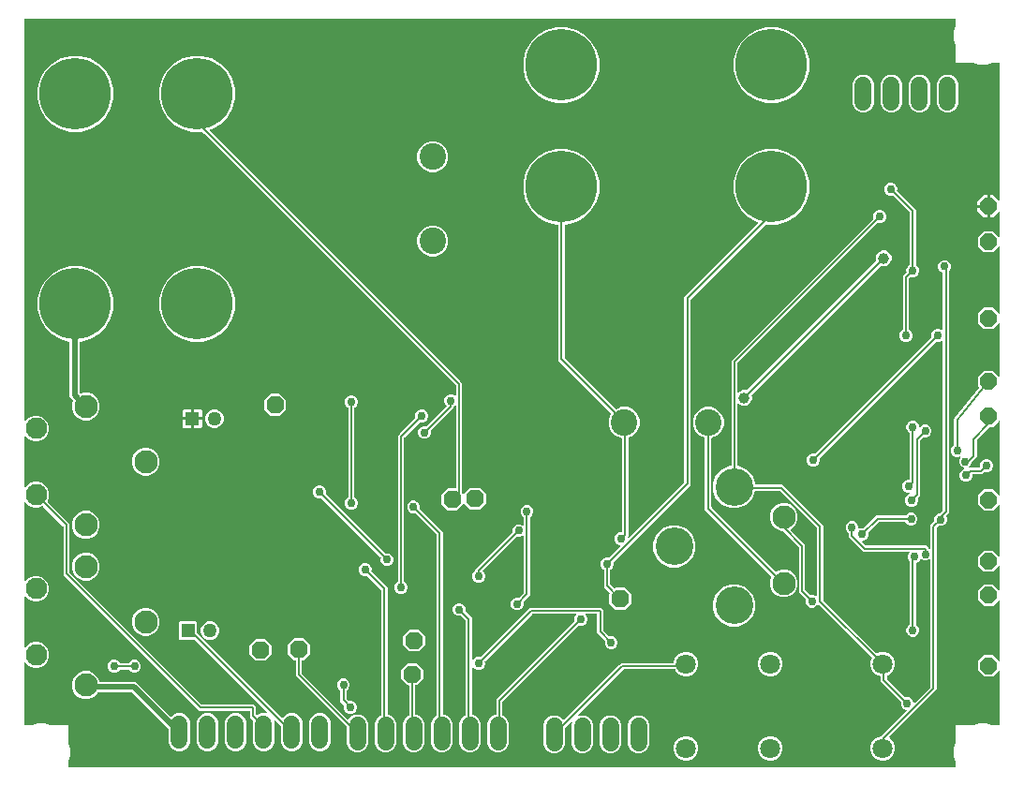
<source format=gbr>
G04 EAGLE Gerber RS-274X export*
G75*
%MOMM*%
%FSLAX34Y34*%
%LPD*%
%INBottom Copper*%
%IPPOS*%
%AMOC8*
5,1,8,0,0,1.08239X$1,22.5*%
G01*
%ADD10P,1.732040X8X22.500000*%
%ADD11R,1.258000X1.258000*%
%ADD12C,1.258000*%
%ADD13C,6.462000*%
%ADD14C,2.400000*%
%ADD15C,2.100000*%
%ADD16C,1.950000*%
%ADD17C,1.800000*%
%ADD18C,1.508000*%
%ADD19C,3.400000*%
%ADD20P,1.649562X8X22.500000*%
%ADD21C,0.756400*%
%ADD22C,0.200000*%
%ADD23C,1.006400*%
%ADD24C,0.152400*%
%ADD25C,0.508000*%
%ADD26C,0.806400*%

G36*
X1054100Y49986D02*
X1054100Y49986D01*
X1054165Y49997D01*
X1054231Y49999D01*
X1054274Y50017D01*
X1054321Y50025D01*
X1054378Y50059D01*
X1054438Y50083D01*
X1054473Y50115D01*
X1054514Y50139D01*
X1054556Y50190D01*
X1054604Y50235D01*
X1054626Y50277D01*
X1054655Y50314D01*
X1054676Y50376D01*
X1054707Y50434D01*
X1054715Y50489D01*
X1054727Y50526D01*
X1054726Y50566D01*
X1054734Y50620D01*
X1054734Y54766D01*
X1054726Y54810D01*
X1054713Y54930D01*
X1053339Y60056D01*
X1053339Y66944D01*
X1054713Y72070D01*
X1054716Y72114D01*
X1054734Y72234D01*
X1054734Y88266D01*
X1070766Y88266D01*
X1070810Y88274D01*
X1070930Y88287D01*
X1076056Y89661D01*
X1082944Y89661D01*
X1088070Y88287D01*
X1088114Y88284D01*
X1088234Y88266D01*
X1094107Y88266D01*
X1094172Y88277D01*
X1094238Y88279D01*
X1094281Y88297D01*
X1094328Y88305D01*
X1094385Y88339D01*
X1094445Y88364D01*
X1094480Y88395D01*
X1094521Y88420D01*
X1094563Y88471D01*
X1094611Y88515D01*
X1094633Y88557D01*
X1094662Y88594D01*
X1094683Y88656D01*
X1094714Y88715D01*
X1094722Y88769D01*
X1094734Y88806D01*
X1094733Y88846D01*
X1094741Y88900D01*
X1094741Y136564D01*
X1094725Y136652D01*
X1094716Y136741D01*
X1094706Y136762D01*
X1094702Y136785D01*
X1094656Y136862D01*
X1094617Y136942D01*
X1094600Y136958D01*
X1094587Y136978D01*
X1094518Y137034D01*
X1094454Y137096D01*
X1094432Y137105D01*
X1094413Y137120D01*
X1094329Y137148D01*
X1094247Y137183D01*
X1094223Y137184D01*
X1094201Y137192D01*
X1094112Y137189D01*
X1094023Y137193D01*
X1094000Y137186D01*
X1093976Y137185D01*
X1093894Y137152D01*
X1093809Y137124D01*
X1093788Y137109D01*
X1093769Y137101D01*
X1093731Y137067D01*
X1093659Y137013D01*
X1088565Y131919D01*
X1080595Y131919D01*
X1074959Y137555D01*
X1074959Y145525D01*
X1080595Y151161D01*
X1088565Y151161D01*
X1093659Y146067D01*
X1093732Y146016D01*
X1093801Y145960D01*
X1093823Y145953D01*
X1093843Y145939D01*
X1093929Y145917D01*
X1094013Y145888D01*
X1094037Y145889D01*
X1094060Y145883D01*
X1094149Y145892D01*
X1094238Y145895D01*
X1094260Y145904D01*
X1094283Y145906D01*
X1094363Y145946D01*
X1094445Y145979D01*
X1094463Y145995D01*
X1094484Y146006D01*
X1094545Y146071D01*
X1094611Y146131D01*
X1094622Y146152D01*
X1094638Y146169D01*
X1094673Y146251D01*
X1094714Y146330D01*
X1094717Y146356D01*
X1094726Y146376D01*
X1094728Y146426D01*
X1094741Y146516D01*
X1094741Y200294D01*
X1094725Y200382D01*
X1094716Y200471D01*
X1094706Y200492D01*
X1094702Y200515D01*
X1094656Y200592D01*
X1094617Y200672D01*
X1094600Y200688D01*
X1094587Y200708D01*
X1094518Y200764D01*
X1094454Y200826D01*
X1094432Y200835D01*
X1094413Y200850D01*
X1094329Y200878D01*
X1094247Y200913D01*
X1094223Y200914D01*
X1094201Y200922D01*
X1094112Y200919D01*
X1094023Y200923D01*
X1094000Y200916D01*
X1093976Y200915D01*
X1093894Y200882D01*
X1093809Y200854D01*
X1093788Y200839D01*
X1093769Y200831D01*
X1093731Y200797D01*
X1093659Y200743D01*
X1088565Y195649D01*
X1080595Y195649D01*
X1074959Y201285D01*
X1074959Y209255D01*
X1080595Y214891D01*
X1088565Y214891D01*
X1093659Y209797D01*
X1093732Y209746D01*
X1093801Y209690D01*
X1093823Y209683D01*
X1093843Y209669D01*
X1093929Y209647D01*
X1094013Y209618D01*
X1094037Y209619D01*
X1094060Y209613D01*
X1094149Y209622D01*
X1094238Y209625D01*
X1094260Y209634D01*
X1094283Y209636D01*
X1094363Y209676D01*
X1094445Y209709D01*
X1094463Y209725D01*
X1094484Y209736D01*
X1094545Y209801D01*
X1094611Y209861D01*
X1094622Y209882D01*
X1094638Y209899D01*
X1094673Y209981D01*
X1094714Y210060D01*
X1094717Y210086D01*
X1094726Y210106D01*
X1094728Y210156D01*
X1094741Y210246D01*
X1094741Y231244D01*
X1094725Y231332D01*
X1094716Y231421D01*
X1094706Y231442D01*
X1094702Y231465D01*
X1094656Y231542D01*
X1094617Y231622D01*
X1094600Y231638D01*
X1094587Y231658D01*
X1094518Y231714D01*
X1094454Y231776D01*
X1094432Y231785D01*
X1094413Y231800D01*
X1094329Y231828D01*
X1094247Y231863D01*
X1094223Y231864D01*
X1094201Y231872D01*
X1094112Y231869D01*
X1094023Y231873D01*
X1094000Y231866D01*
X1093976Y231865D01*
X1093894Y231832D01*
X1093809Y231804D01*
X1093788Y231789D01*
X1093769Y231781D01*
X1093731Y231747D01*
X1093659Y231693D01*
X1088565Y226599D01*
X1080595Y226599D01*
X1074959Y232235D01*
X1074959Y240205D01*
X1080595Y245841D01*
X1088565Y245841D01*
X1093659Y240747D01*
X1093732Y240696D01*
X1093801Y240640D01*
X1093823Y240633D01*
X1093843Y240619D01*
X1093929Y240597D01*
X1094013Y240568D01*
X1094037Y240569D01*
X1094060Y240563D01*
X1094149Y240572D01*
X1094238Y240575D01*
X1094260Y240584D01*
X1094283Y240586D01*
X1094363Y240626D01*
X1094445Y240659D01*
X1094463Y240675D01*
X1094484Y240686D01*
X1094545Y240751D01*
X1094611Y240811D01*
X1094622Y240832D01*
X1094638Y240849D01*
X1094673Y240931D01*
X1094714Y241010D01*
X1094717Y241036D01*
X1094726Y241056D01*
X1094728Y241106D01*
X1094741Y241196D01*
X1094741Y286499D01*
X1094728Y286574D01*
X1094728Y286579D01*
X1094726Y286582D01*
X1094725Y286587D01*
X1094716Y286676D01*
X1094706Y286697D01*
X1094702Y286720D01*
X1094656Y286797D01*
X1094617Y286877D01*
X1094600Y286893D01*
X1094587Y286913D01*
X1094518Y286969D01*
X1094454Y287031D01*
X1094432Y287040D01*
X1094413Y287055D01*
X1094329Y287083D01*
X1094247Y287118D01*
X1094223Y287119D01*
X1094201Y287127D01*
X1094112Y287124D01*
X1094023Y287128D01*
X1094000Y287121D01*
X1093976Y287120D01*
X1093894Y287087D01*
X1093809Y287059D01*
X1093788Y287044D01*
X1093769Y287036D01*
X1093731Y287002D01*
X1093659Y286948D01*
X1088565Y281854D01*
X1080595Y281854D01*
X1074959Y287490D01*
X1074959Y295460D01*
X1080595Y301096D01*
X1088565Y301096D01*
X1093659Y296002D01*
X1093732Y295951D01*
X1093801Y295895D01*
X1093823Y295888D01*
X1093843Y295874D01*
X1093929Y295852D01*
X1094013Y295823D01*
X1094037Y295824D01*
X1094060Y295818D01*
X1094149Y295827D01*
X1094238Y295830D01*
X1094260Y295839D01*
X1094283Y295841D01*
X1094363Y295881D01*
X1094445Y295914D01*
X1094463Y295930D01*
X1094484Y295941D01*
X1094545Y296006D01*
X1094611Y296066D01*
X1094622Y296087D01*
X1094638Y296104D01*
X1094673Y296186D01*
X1094714Y296265D01*
X1094717Y296291D01*
X1094726Y296311D01*
X1094728Y296361D01*
X1094741Y296451D01*
X1094741Y362269D01*
X1094725Y362357D01*
X1094716Y362446D01*
X1094706Y362467D01*
X1094702Y362490D01*
X1094656Y362567D01*
X1094617Y362647D01*
X1094600Y362663D01*
X1094587Y362683D01*
X1094518Y362739D01*
X1094454Y362801D01*
X1094432Y362810D01*
X1094413Y362825D01*
X1094329Y362853D01*
X1094247Y362888D01*
X1094223Y362889D01*
X1094201Y362897D01*
X1094112Y362894D01*
X1094023Y362898D01*
X1094000Y362891D01*
X1093976Y362890D01*
X1093894Y362857D01*
X1093809Y362829D01*
X1093788Y362814D01*
X1093769Y362806D01*
X1093731Y362772D01*
X1093659Y362718D01*
X1088565Y357624D01*
X1086201Y357624D01*
X1086152Y357615D01*
X1086102Y357617D01*
X1086042Y357596D01*
X1085980Y357585D01*
X1085937Y357559D01*
X1085890Y357543D01*
X1085829Y357495D01*
X1085787Y357470D01*
X1085770Y357450D01*
X1085742Y357428D01*
X1074188Y345327D01*
X1074169Y345297D01*
X1074143Y345274D01*
X1074107Y345205D01*
X1074064Y345140D01*
X1074056Y345105D01*
X1074040Y345074D01*
X1074025Y344969D01*
X1074014Y344921D01*
X1074015Y344907D01*
X1074013Y344889D01*
X1074013Y330066D01*
X1069719Y325771D01*
X1069694Y325737D01*
X1069663Y325708D01*
X1069631Y325645D01*
X1069590Y325587D01*
X1069580Y325546D01*
X1069560Y325508D01*
X1069547Y325419D01*
X1069534Y325370D01*
X1069537Y325349D01*
X1069533Y325323D01*
X1069533Y325100D01*
X1068652Y322974D01*
X1067261Y321583D01*
X1067211Y321510D01*
X1067155Y321441D01*
X1067147Y321419D01*
X1067133Y321399D01*
X1067111Y321313D01*
X1067083Y321229D01*
X1067083Y321205D01*
X1067077Y321182D01*
X1067087Y321093D01*
X1067089Y321004D01*
X1067098Y320982D01*
X1067101Y320959D01*
X1067140Y320879D01*
X1067174Y320797D01*
X1067190Y320779D01*
X1067200Y320758D01*
X1067265Y320697D01*
X1067325Y320631D01*
X1067346Y320620D01*
X1067363Y320604D01*
X1067445Y320569D01*
X1067525Y320528D01*
X1067551Y320525D01*
X1067570Y320516D01*
X1067620Y320514D01*
X1067710Y320501D01*
X1076288Y320501D01*
X1076330Y320508D01*
X1076373Y320506D01*
X1076440Y320528D01*
X1076509Y320540D01*
X1076546Y320562D01*
X1076586Y320575D01*
X1076659Y320629D01*
X1076702Y320655D01*
X1076716Y320671D01*
X1076737Y320687D01*
X1076905Y320855D01*
X1076930Y320890D01*
X1076961Y320919D01*
X1076993Y320982D01*
X1077034Y321039D01*
X1077044Y321080D01*
X1077064Y321118D01*
X1077077Y321208D01*
X1077090Y321257D01*
X1077087Y321277D01*
X1077091Y321304D01*
X1077091Y323730D01*
X1077972Y325856D01*
X1079598Y327482D01*
X1081724Y328363D01*
X1084024Y328363D01*
X1086150Y327482D01*
X1087776Y325856D01*
X1088657Y323730D01*
X1088657Y321430D01*
X1087776Y319304D01*
X1086150Y317678D01*
X1084024Y316797D01*
X1081598Y316797D01*
X1081556Y316790D01*
X1081513Y316792D01*
X1081446Y316770D01*
X1081377Y316758D01*
X1081340Y316736D01*
X1081300Y316723D01*
X1081227Y316669D01*
X1081184Y316643D01*
X1081170Y316627D01*
X1081149Y316611D01*
X1079037Y314499D01*
X1070677Y314499D01*
X1070612Y314488D01*
X1070546Y314486D01*
X1070503Y314468D01*
X1070456Y314460D01*
X1070399Y314426D01*
X1070339Y314401D01*
X1070304Y314370D01*
X1070263Y314345D01*
X1070221Y314294D01*
X1070173Y314250D01*
X1070151Y314208D01*
X1070122Y314171D01*
X1070101Y314109D01*
X1070070Y314050D01*
X1070062Y313996D01*
X1070050Y313959D01*
X1070051Y313919D01*
X1070043Y313865D01*
X1070043Y312540D01*
X1069162Y310414D01*
X1067536Y308788D01*
X1065410Y307907D01*
X1063110Y307907D01*
X1060984Y308788D01*
X1059358Y310414D01*
X1058477Y312540D01*
X1058477Y314840D01*
X1059358Y316966D01*
X1060984Y318592D01*
X1062641Y319278D01*
X1062715Y319326D01*
X1062794Y319369D01*
X1062810Y319387D01*
X1062829Y319400D01*
X1062883Y319471D01*
X1062942Y319538D01*
X1062950Y319560D01*
X1062964Y319579D01*
X1062990Y319664D01*
X1063021Y319747D01*
X1063021Y319771D01*
X1063028Y319794D01*
X1063022Y319883D01*
X1063023Y319972D01*
X1063015Y319994D01*
X1063013Y320018D01*
X1062977Y320099D01*
X1062946Y320183D01*
X1062931Y320201D01*
X1062921Y320223D01*
X1062859Y320286D01*
X1062801Y320354D01*
X1062779Y320367D01*
X1062764Y320382D01*
X1062718Y320404D01*
X1062641Y320450D01*
X1060474Y321348D01*
X1058848Y322974D01*
X1057967Y325100D01*
X1057967Y327400D01*
X1058848Y329526D01*
X1059224Y329902D01*
X1059281Y329984D01*
X1059342Y330065D01*
X1059345Y330076D01*
X1059352Y330086D01*
X1059377Y330183D01*
X1059406Y330280D01*
X1059405Y330292D01*
X1059408Y330303D01*
X1059398Y330403D01*
X1059391Y330504D01*
X1059386Y330515D01*
X1059385Y330527D01*
X1059340Y330617D01*
X1059299Y330709D01*
X1059291Y330717D01*
X1059285Y330728D01*
X1059212Y330797D01*
X1059141Y330868D01*
X1059131Y330873D01*
X1059122Y330882D01*
X1059029Y330921D01*
X1058938Y330963D01*
X1058926Y330964D01*
X1058915Y330969D01*
X1058815Y330974D01*
X1058715Y330982D01*
X1058702Y330979D01*
X1058691Y330979D01*
X1058648Y330965D01*
X1058533Y330936D01*
X1057400Y330467D01*
X1055100Y330467D01*
X1052974Y331348D01*
X1051348Y332974D01*
X1050467Y335100D01*
X1050467Y337400D01*
X1051348Y339526D01*
X1052974Y341152D01*
X1053096Y341203D01*
X1053141Y341232D01*
X1053191Y341252D01*
X1053235Y341292D01*
X1053285Y341324D01*
X1053317Y341367D01*
X1053357Y341404D01*
X1053384Y341456D01*
X1053419Y341503D01*
X1053435Y341555D01*
X1053460Y341603D01*
X1053470Y341674D01*
X1053483Y341718D01*
X1053481Y341749D01*
X1053487Y341789D01*
X1053487Y363751D01*
X1053482Y363779D01*
X1053484Y363815D01*
X1053384Y364800D01*
X1053404Y364839D01*
X1053453Y364928D01*
X1053455Y364938D01*
X1053460Y364948D01*
X1053476Y365056D01*
X1054175Y365755D01*
X1054191Y365778D01*
X1054218Y365803D01*
X1076143Y392690D01*
X1076159Y392720D01*
X1076183Y392744D01*
X1076213Y392817D01*
X1076252Y392886D01*
X1076257Y392920D01*
X1076270Y392951D01*
X1076274Y393030D01*
X1076285Y393108D01*
X1076279Y393141D01*
X1076280Y393175D01*
X1076256Y393250D01*
X1076240Y393328D01*
X1076222Y393356D01*
X1076211Y393389D01*
X1076146Y393477D01*
X1076120Y393518D01*
X1076110Y393526D01*
X1076100Y393539D01*
X1074959Y394680D01*
X1074959Y402650D01*
X1080595Y408286D01*
X1088565Y408286D01*
X1093659Y403192D01*
X1093732Y403141D01*
X1093801Y403085D01*
X1093823Y403078D01*
X1093843Y403064D01*
X1093929Y403042D01*
X1094013Y403013D01*
X1094037Y403014D01*
X1094060Y403008D01*
X1094149Y403017D01*
X1094238Y403020D01*
X1094260Y403029D01*
X1094283Y403031D01*
X1094363Y403071D01*
X1094445Y403104D01*
X1094463Y403120D01*
X1094484Y403131D01*
X1094545Y403196D01*
X1094611Y403256D01*
X1094622Y403277D01*
X1094638Y403294D01*
X1094673Y403376D01*
X1094714Y403455D01*
X1094717Y403481D01*
X1094726Y403501D01*
X1094728Y403551D01*
X1094741Y403641D01*
X1094741Y450624D01*
X1094725Y450712D01*
X1094716Y450801D01*
X1094706Y450822D01*
X1094702Y450845D01*
X1094656Y450922D01*
X1094617Y451002D01*
X1094600Y451018D01*
X1094587Y451038D01*
X1094518Y451094D01*
X1094454Y451156D01*
X1094432Y451165D01*
X1094413Y451180D01*
X1094329Y451208D01*
X1094247Y451243D01*
X1094223Y451244D01*
X1094201Y451252D01*
X1094112Y451249D01*
X1094023Y451253D01*
X1094000Y451246D01*
X1093976Y451245D01*
X1093894Y451212D01*
X1093809Y451184D01*
X1093788Y451169D01*
X1093769Y451161D01*
X1093731Y451127D01*
X1093659Y451073D01*
X1088565Y445979D01*
X1080595Y445979D01*
X1074959Y451615D01*
X1074959Y459585D01*
X1080595Y465221D01*
X1088565Y465221D01*
X1093659Y460127D01*
X1093732Y460076D01*
X1093801Y460020D01*
X1093823Y460013D01*
X1093843Y459999D01*
X1093929Y459977D01*
X1094013Y459948D01*
X1094037Y459949D01*
X1094060Y459943D01*
X1094149Y459952D01*
X1094238Y459955D01*
X1094260Y459964D01*
X1094283Y459966D01*
X1094363Y460006D01*
X1094445Y460039D01*
X1094463Y460055D01*
X1094484Y460066D01*
X1094545Y460131D01*
X1094611Y460191D01*
X1094622Y460212D01*
X1094638Y460229D01*
X1094673Y460311D01*
X1094714Y460390D01*
X1094717Y460416D01*
X1094726Y460436D01*
X1094728Y460486D01*
X1094741Y460576D01*
X1094741Y519829D01*
X1094725Y519917D01*
X1094716Y520006D01*
X1094706Y520027D01*
X1094702Y520050D01*
X1094656Y520127D01*
X1094617Y520207D01*
X1094600Y520223D01*
X1094587Y520243D01*
X1094518Y520299D01*
X1094454Y520361D01*
X1094432Y520370D01*
X1094413Y520385D01*
X1094329Y520413D01*
X1094247Y520448D01*
X1094223Y520449D01*
X1094201Y520457D01*
X1094112Y520454D01*
X1094023Y520458D01*
X1094000Y520451D01*
X1093976Y520450D01*
X1093894Y520417D01*
X1093809Y520389D01*
X1093788Y520374D01*
X1093769Y520366D01*
X1093731Y520332D01*
X1093659Y520278D01*
X1088565Y515184D01*
X1080595Y515184D01*
X1074959Y520820D01*
X1074959Y528790D01*
X1080595Y534426D01*
X1088565Y534426D01*
X1093659Y529332D01*
X1093732Y529281D01*
X1093801Y529225D01*
X1093823Y529218D01*
X1093843Y529204D01*
X1093929Y529182D01*
X1094013Y529153D01*
X1094037Y529154D01*
X1094060Y529148D01*
X1094149Y529157D01*
X1094238Y529160D01*
X1094260Y529169D01*
X1094283Y529171D01*
X1094363Y529211D01*
X1094445Y529244D01*
X1094463Y529260D01*
X1094484Y529271D01*
X1094545Y529336D01*
X1094611Y529396D01*
X1094622Y529417D01*
X1094638Y529434D01*
X1094673Y529516D01*
X1094714Y529595D01*
X1094717Y529621D01*
X1094726Y529641D01*
X1094728Y529691D01*
X1094741Y529781D01*
X1094741Y551031D01*
X1094725Y551118D01*
X1094716Y551207D01*
X1094706Y551228D01*
X1094702Y551251D01*
X1094656Y551328D01*
X1094617Y551408D01*
X1094600Y551424D01*
X1094587Y551445D01*
X1094518Y551501D01*
X1094454Y551562D01*
X1094432Y551571D01*
X1094413Y551586D01*
X1094329Y551615D01*
X1094247Y551649D01*
X1094223Y551650D01*
X1094201Y551658D01*
X1094112Y551655D01*
X1094023Y551659D01*
X1094000Y551652D01*
X1093976Y551651D01*
X1093894Y551618D01*
X1093809Y551591D01*
X1093788Y551575D01*
X1093769Y551567D01*
X1093731Y551533D01*
X1093659Y551479D01*
X1088789Y546609D01*
X1085849Y546609D01*
X1085849Y556135D01*
X1085838Y556200D01*
X1085836Y556265D01*
X1085818Y556309D01*
X1085810Y556356D01*
X1085776Y556412D01*
X1085751Y556473D01*
X1085719Y556508D01*
X1085695Y556549D01*
X1085644Y556590D01*
X1085600Y556639D01*
X1085558Y556661D01*
X1085521Y556690D01*
X1085459Y556711D01*
X1085400Y556741D01*
X1085346Y556750D01*
X1085309Y556762D01*
X1085269Y556761D01*
X1085215Y556769D01*
X1084579Y556769D01*
X1084579Y556771D01*
X1085215Y556771D01*
X1085280Y556783D01*
X1085345Y556784D01*
X1085389Y556802D01*
X1085436Y556811D01*
X1085493Y556844D01*
X1085553Y556869D01*
X1085588Y556901D01*
X1085629Y556925D01*
X1085670Y556976D01*
X1085719Y557020D01*
X1085741Y557062D01*
X1085770Y557099D01*
X1085791Y557161D01*
X1085822Y557220D01*
X1085830Y557274D01*
X1085842Y557311D01*
X1085841Y557351D01*
X1085849Y557405D01*
X1085849Y566931D01*
X1088789Y566931D01*
X1093659Y562061D01*
X1093732Y562010D01*
X1093801Y561954D01*
X1093823Y561946D01*
X1093843Y561933D01*
X1093929Y561911D01*
X1094013Y561882D01*
X1094037Y561883D01*
X1094060Y561877D01*
X1094149Y561886D01*
X1094238Y561889D01*
X1094260Y561898D01*
X1094283Y561900D01*
X1094363Y561940D01*
X1094445Y561973D01*
X1094463Y561989D01*
X1094484Y562000D01*
X1094545Y562064D01*
X1094611Y562124D01*
X1094622Y562146D01*
X1094638Y562163D01*
X1094673Y562245D01*
X1094714Y562324D01*
X1094717Y562350D01*
X1094726Y562369D01*
X1094728Y562420D01*
X1094741Y562509D01*
X1094741Y685800D01*
X1094730Y685865D01*
X1094728Y685931D01*
X1094710Y685974D01*
X1094702Y686021D01*
X1094668Y686078D01*
X1094643Y686138D01*
X1094612Y686173D01*
X1094587Y686214D01*
X1094536Y686256D01*
X1094492Y686304D01*
X1094450Y686326D01*
X1094413Y686355D01*
X1094351Y686376D01*
X1094292Y686407D01*
X1094238Y686415D01*
X1094201Y686427D01*
X1094161Y686426D01*
X1094107Y686434D01*
X1088234Y686434D01*
X1088190Y686426D01*
X1088070Y686413D01*
X1082944Y685039D01*
X1076056Y685039D01*
X1070930Y686413D01*
X1070886Y686416D01*
X1070766Y686434D01*
X1054734Y686434D01*
X1054734Y702466D01*
X1054726Y702510D01*
X1054713Y702630D01*
X1053339Y707756D01*
X1053339Y714644D01*
X1054713Y719770D01*
X1054716Y719814D01*
X1054734Y719934D01*
X1054734Y725825D01*
X1054723Y725890D01*
X1054721Y725956D01*
X1054703Y725999D01*
X1054695Y726046D01*
X1054661Y726102D01*
X1054636Y726163D01*
X1054604Y726198D01*
X1054580Y726239D01*
X1054529Y726280D01*
X1054485Y726329D01*
X1054443Y726351D01*
X1054406Y726380D01*
X1054344Y726401D01*
X1054285Y726431D01*
X1054231Y726440D01*
X1054194Y726452D01*
X1054154Y726451D01*
X1054100Y726459D01*
X213995Y726341D01*
X213930Y726329D01*
X213864Y726327D01*
X213821Y726309D01*
X213774Y726301D01*
X213717Y726268D01*
X213657Y726243D01*
X213622Y726211D01*
X213581Y726187D01*
X213539Y726136D01*
X213491Y726092D01*
X213469Y726049D01*
X213440Y726013D01*
X213419Y725950D01*
X213388Y725892D01*
X213380Y725837D01*
X213368Y725800D01*
X213369Y725761D01*
X213361Y725707D01*
X213361Y363570D01*
X213377Y363482D01*
X213386Y363394D01*
X213396Y363373D01*
X213400Y363349D01*
X213446Y363273D01*
X213485Y363193D01*
X213502Y363176D01*
X213515Y363156D01*
X213584Y363100D01*
X213648Y363039D01*
X213670Y363030D01*
X213689Y363015D01*
X213773Y362986D01*
X213855Y362951D01*
X213879Y362950D01*
X213901Y362943D01*
X213990Y362945D01*
X214079Y362941D01*
X214102Y362949D01*
X214126Y362949D01*
X214208Y362983D01*
X214293Y363010D01*
X214314Y363026D01*
X214333Y363034D01*
X214371Y363068D01*
X214443Y363122D01*
X217329Y366007D01*
X221648Y367796D01*
X226322Y367796D01*
X230641Y366007D01*
X233947Y362701D01*
X235736Y358382D01*
X235736Y353708D01*
X233947Y349389D01*
X230641Y346083D01*
X226322Y344294D01*
X221648Y344294D01*
X217329Y346083D01*
X214443Y348968D01*
X214370Y349019D01*
X214301Y349075D01*
X214279Y349083D01*
X214259Y349097D01*
X214173Y349119D01*
X214089Y349147D01*
X214065Y349147D01*
X214042Y349153D01*
X213953Y349143D01*
X213864Y349141D01*
X213842Y349132D01*
X213819Y349129D01*
X213739Y349090D01*
X213657Y349056D01*
X213639Y349040D01*
X213618Y349030D01*
X213557Y348965D01*
X213491Y348905D01*
X213480Y348884D01*
X213464Y348867D01*
X213429Y348785D01*
X213388Y348705D01*
X213385Y348679D01*
X213376Y348660D01*
X213374Y348610D01*
X213361Y348520D01*
X213361Y303570D01*
X213372Y303505D01*
X213374Y303442D01*
X213383Y303421D01*
X213386Y303394D01*
X213396Y303373D01*
X213400Y303349D01*
X213438Y303286D01*
X213459Y303234D01*
X213472Y303220D01*
X213485Y303193D01*
X213502Y303176D01*
X213515Y303156D01*
X213576Y303106D01*
X213610Y303069D01*
X213625Y303061D01*
X213648Y303039D01*
X213670Y303030D01*
X213689Y303015D01*
X213767Y302988D01*
X213810Y302966D01*
X213825Y302964D01*
X213855Y302951D01*
X213879Y302950D01*
X213901Y302943D01*
X213956Y302944D01*
X213995Y302939D01*
X213998Y302939D01*
X214026Y302944D01*
X214079Y302941D01*
X214102Y302949D01*
X214126Y302949D01*
X214180Y302971D01*
X214219Y302978D01*
X214248Y302996D01*
X214293Y303010D01*
X214314Y303026D01*
X214333Y303034D01*
X214371Y303068D01*
X214373Y303070D01*
X214412Y303092D01*
X214424Y303107D01*
X214443Y303122D01*
X217329Y306007D01*
X221648Y307796D01*
X226322Y307796D01*
X230641Y306007D01*
X233947Y302701D01*
X235736Y298382D01*
X235736Y293708D01*
X234276Y290184D01*
X234265Y290132D01*
X234244Y290082D01*
X234241Y290023D01*
X234229Y289965D01*
X234236Y289912D01*
X234234Y289858D01*
X234252Y289801D01*
X234260Y289743D01*
X234286Y289695D01*
X234302Y289644D01*
X234345Y289587D01*
X234367Y289546D01*
X234390Y289526D01*
X234414Y289493D01*
X252209Y271699D01*
X254013Y269894D01*
X254013Y226407D01*
X254020Y226365D01*
X254018Y226323D01*
X254040Y226256D01*
X254052Y226186D01*
X254074Y226150D01*
X254087Y226109D01*
X254141Y226037D01*
X254167Y225993D01*
X254183Y225980D01*
X254199Y225959D01*
X373459Y106699D01*
X373493Y106674D01*
X373522Y106643D01*
X373585Y106611D01*
X373643Y106570D01*
X373684Y106560D01*
X373722Y106540D01*
X373811Y106527D01*
X373860Y106514D01*
X373881Y106517D01*
X373907Y106513D01*
X421144Y106513D01*
X422763Y104894D01*
X422763Y97657D01*
X422770Y97615D01*
X422768Y97573D01*
X422790Y97506D01*
X422802Y97436D01*
X422824Y97400D01*
X422837Y97359D01*
X422891Y97287D01*
X422917Y97243D01*
X422933Y97230D01*
X422948Y97209D01*
X423029Y97128D01*
X423083Y97091D01*
X423131Y97046D01*
X423174Y97027D01*
X423213Y97000D01*
X423277Y96984D01*
X423337Y96958D01*
X423384Y96956D01*
X423430Y96944D01*
X423496Y96951D01*
X423561Y96948D01*
X423606Y96963D01*
X423653Y96968D01*
X423712Y96997D01*
X423775Y97017D01*
X423819Y97050D01*
X423854Y97067D01*
X423881Y97096D01*
X423926Y97128D01*
X424136Y97338D01*
X427642Y98791D01*
X431438Y98791D01*
X431527Y98754D01*
X431553Y98748D01*
X431573Y98738D01*
X431647Y98727D01*
X431723Y98707D01*
X431734Y98709D01*
X431746Y98706D01*
X431846Y98720D01*
X431946Y98731D01*
X431956Y98736D01*
X431968Y98737D01*
X432057Y98785D01*
X432147Y98830D01*
X432155Y98839D01*
X432165Y98844D01*
X432232Y98920D01*
X432301Y98993D01*
X432305Y99004D01*
X432313Y99013D01*
X432349Y99107D01*
X432388Y99200D01*
X432389Y99212D01*
X432393Y99223D01*
X432394Y99324D01*
X432398Y99424D01*
X432395Y99435D01*
X432395Y99447D01*
X432386Y99472D01*
X432386Y99475D01*
X432376Y99500D01*
X432360Y99542D01*
X432330Y99638D01*
X432322Y99648D01*
X432318Y99658D01*
X432305Y99673D01*
X432301Y99683D01*
X432274Y99713D01*
X432218Y99788D01*
X367158Y164848D01*
X367123Y164873D01*
X367094Y164904D01*
X367031Y164936D01*
X366974Y164977D01*
X366933Y164987D01*
X366895Y165007D01*
X366805Y165020D01*
X366756Y165033D01*
X366736Y165030D01*
X366709Y165034D01*
X354021Y165034D01*
X352849Y166206D01*
X352849Y180444D01*
X354021Y181616D01*
X368259Y181616D01*
X369431Y180444D01*
X369431Y171326D01*
X369438Y171284D01*
X369436Y171241D01*
X369458Y171174D01*
X369470Y171105D01*
X369492Y171068D01*
X369505Y171028D01*
X369559Y170955D01*
X369585Y170912D01*
X369601Y170898D01*
X369617Y170877D01*
X445897Y94597D01*
X445951Y94559D01*
X445999Y94514D01*
X446042Y94496D01*
X446081Y94469D01*
X446145Y94452D01*
X446206Y94426D01*
X446253Y94424D01*
X446299Y94413D01*
X446364Y94419D01*
X446430Y94416D01*
X446475Y94431D01*
X446522Y94436D01*
X446581Y94465D01*
X446643Y94485D01*
X446688Y94518D01*
X446723Y94535D01*
X446750Y94564D01*
X446794Y94597D01*
X449536Y97338D01*
X453042Y98791D01*
X456838Y98791D01*
X460344Y97338D01*
X463028Y94654D01*
X464481Y91148D01*
X464481Y72272D01*
X463028Y68766D01*
X460344Y66082D01*
X456838Y64629D01*
X453042Y64629D01*
X449536Y66082D01*
X446852Y68766D01*
X445399Y72272D01*
X445399Y86344D01*
X445392Y86386D01*
X445394Y86429D01*
X445372Y86496D01*
X445360Y86565D01*
X445338Y86602D01*
X445325Y86642D01*
X445271Y86715D01*
X445245Y86758D01*
X445229Y86772D01*
X445213Y86793D01*
X440078Y91928D01*
X439996Y91985D01*
X439915Y92046D01*
X439904Y92049D01*
X439894Y92056D01*
X439797Y92081D01*
X439700Y92110D01*
X439688Y92109D01*
X439677Y92112D01*
X439577Y92102D01*
X439476Y92095D01*
X439465Y92090D01*
X439454Y92089D01*
X439364Y92044D01*
X439272Y92003D01*
X439263Y91995D01*
X439253Y91989D01*
X439183Y91916D01*
X439112Y91846D01*
X439107Y91835D01*
X439099Y91826D01*
X439059Y91733D01*
X439017Y91642D01*
X439016Y91630D01*
X439011Y91620D01*
X439007Y91519D01*
X438998Y91419D01*
X439002Y91406D01*
X439001Y91395D01*
X439015Y91352D01*
X439044Y91237D01*
X439081Y91148D01*
X439081Y72272D01*
X437628Y68766D01*
X434944Y66082D01*
X431438Y64629D01*
X427642Y64629D01*
X424136Y66082D01*
X421452Y68766D01*
X419999Y72272D01*
X419999Y91148D01*
X420187Y91602D01*
X420199Y91655D01*
X420220Y91705D01*
X420223Y91763D01*
X420235Y91821D01*
X420228Y91875D01*
X420230Y91929D01*
X420212Y91985D01*
X420204Y92043D01*
X420178Y92091D01*
X420161Y92142D01*
X420119Y92200D01*
X420097Y92240D01*
X420074Y92261D01*
X420050Y92293D01*
X417237Y95106D01*
X417237Y100353D01*
X417226Y100418D01*
X417224Y100484D01*
X417206Y100527D01*
X417198Y100574D01*
X417164Y100631D01*
X417139Y100691D01*
X417108Y100726D01*
X417083Y100767D01*
X417032Y100809D01*
X416988Y100857D01*
X416946Y100879D01*
X416909Y100908D01*
X416847Y100929D01*
X416788Y100960D01*
X416734Y100968D01*
X416697Y100980D01*
X416657Y100979D01*
X416603Y100987D01*
X371356Y100987D01*
X248487Y223856D01*
X248487Y267343D01*
X248480Y267385D01*
X248482Y267427D01*
X248460Y267494D01*
X248448Y267564D01*
X248426Y267600D01*
X248413Y267641D01*
X248359Y267713D01*
X248333Y267757D01*
X248317Y267770D01*
X248301Y267791D01*
X230494Y285599D01*
X230450Y285629D01*
X230412Y285668D01*
X230358Y285693D01*
X230310Y285727D01*
X230258Y285740D01*
X230209Y285763D01*
X230150Y285768D01*
X230093Y285783D01*
X230039Y285777D01*
X229985Y285781D01*
X229916Y285764D01*
X229870Y285759D01*
X229842Y285746D01*
X229803Y285736D01*
X226322Y284294D01*
X221648Y284294D01*
X217329Y286083D01*
X214443Y288968D01*
X214370Y289019D01*
X214301Y289075D01*
X214279Y289083D01*
X214259Y289097D01*
X214173Y289119D01*
X214089Y289147D01*
X214065Y289147D01*
X214042Y289153D01*
X213953Y289143D01*
X213864Y289141D01*
X213842Y289132D01*
X213819Y289129D01*
X213739Y289090D01*
X213657Y289056D01*
X213639Y289040D01*
X213618Y289030D01*
X213557Y288965D01*
X213491Y288905D01*
X213480Y288884D01*
X213464Y288867D01*
X213429Y288785D01*
X213388Y288705D01*
X213385Y288679D01*
X213376Y288660D01*
X213374Y288610D01*
X213361Y288520D01*
X213361Y218790D01*
X213377Y218702D01*
X213386Y218614D01*
X213396Y218593D01*
X213400Y218569D01*
X213446Y218493D01*
X213485Y218413D01*
X213502Y218396D01*
X213515Y218376D01*
X213584Y218320D01*
X213648Y218259D01*
X213670Y218250D01*
X213689Y218235D01*
X213773Y218206D01*
X213855Y218171D01*
X213879Y218170D01*
X213901Y218163D01*
X213990Y218165D01*
X214079Y218161D01*
X214102Y218169D01*
X214126Y218169D01*
X214208Y218203D01*
X214293Y218230D01*
X214314Y218246D01*
X214333Y218254D01*
X214371Y218288D01*
X214443Y218342D01*
X217329Y221227D01*
X221648Y223016D01*
X226322Y223016D01*
X230641Y221227D01*
X233947Y217921D01*
X235736Y213602D01*
X235736Y208928D01*
X233947Y204609D01*
X230641Y201303D01*
X226322Y199514D01*
X221648Y199514D01*
X217329Y201303D01*
X214443Y204188D01*
X214370Y204239D01*
X214301Y204295D01*
X214279Y204303D01*
X214259Y204317D01*
X214173Y204339D01*
X214089Y204367D01*
X214065Y204367D01*
X214042Y204373D01*
X213953Y204363D01*
X213864Y204361D01*
X213842Y204352D01*
X213819Y204349D01*
X213739Y204310D01*
X213657Y204276D01*
X213639Y204260D01*
X213618Y204250D01*
X213557Y204185D01*
X213491Y204125D01*
X213480Y204104D01*
X213464Y204087D01*
X213429Y204005D01*
X213388Y203925D01*
X213385Y203899D01*
X213376Y203880D01*
X213374Y203830D01*
X213361Y203740D01*
X213361Y158790D01*
X213377Y158702D01*
X213386Y158614D01*
X213396Y158593D01*
X213400Y158569D01*
X213446Y158493D01*
X213485Y158413D01*
X213502Y158396D01*
X213515Y158376D01*
X213584Y158320D01*
X213648Y158259D01*
X213670Y158250D01*
X213689Y158235D01*
X213773Y158206D01*
X213855Y158171D01*
X213879Y158170D01*
X213901Y158163D01*
X213990Y158165D01*
X214079Y158161D01*
X214102Y158169D01*
X214126Y158169D01*
X214208Y158203D01*
X214293Y158230D01*
X214314Y158246D01*
X214333Y158254D01*
X214371Y158288D01*
X214443Y158342D01*
X217329Y161227D01*
X221648Y163016D01*
X226322Y163016D01*
X230641Y161227D01*
X233947Y157921D01*
X235736Y153602D01*
X235736Y148928D01*
X233947Y144609D01*
X230641Y141303D01*
X226322Y139514D01*
X221648Y139514D01*
X217329Y141303D01*
X214443Y144188D01*
X214370Y144239D01*
X214301Y144295D01*
X214279Y144303D01*
X214259Y144317D01*
X214173Y144339D01*
X214089Y144367D01*
X214065Y144367D01*
X214042Y144373D01*
X213953Y144363D01*
X213864Y144361D01*
X213842Y144352D01*
X213819Y144349D01*
X213739Y144310D01*
X213657Y144276D01*
X213639Y144260D01*
X213618Y144250D01*
X213557Y144185D01*
X213491Y144125D01*
X213480Y144104D01*
X213464Y144087D01*
X213429Y144005D01*
X213388Y143925D01*
X213385Y143899D01*
X213376Y143880D01*
X213374Y143830D01*
X213361Y143740D01*
X213361Y88900D01*
X213372Y88835D01*
X213374Y88769D01*
X213392Y88726D01*
X213400Y88679D01*
X213434Y88622D01*
X213459Y88562D01*
X213490Y88527D01*
X213515Y88486D01*
X213566Y88445D01*
X213610Y88396D01*
X213652Y88374D01*
X213689Y88345D01*
X213751Y88324D01*
X213810Y88293D01*
X213864Y88285D01*
X213901Y88273D01*
X213941Y88274D01*
X213995Y88266D01*
X219866Y88266D01*
X219910Y88274D01*
X220030Y88287D01*
X225156Y89661D01*
X232044Y89661D01*
X237170Y88287D01*
X237214Y88284D01*
X237334Y88266D01*
X253366Y88266D01*
X253366Y72234D01*
X253374Y72190D01*
X253387Y72070D01*
X254761Y66944D01*
X254761Y60056D01*
X253387Y54930D01*
X253384Y54886D01*
X253366Y54766D01*
X253366Y50507D01*
X253377Y50442D01*
X253379Y50376D01*
X253397Y50333D01*
X253405Y50286D01*
X253439Y50230D01*
X253464Y50169D01*
X253496Y50134D01*
X253520Y50093D01*
X253571Y50052D01*
X253615Y50003D01*
X253657Y49981D01*
X253694Y49952D01*
X253756Y49931D01*
X253815Y49901D01*
X253869Y49892D01*
X253906Y49880D01*
X253946Y49881D01*
X254000Y49873D01*
X1054100Y49986D01*
G37*
%LPC*%
G36*
X987077Y56114D02*
X987077Y56114D01*
X983034Y57789D01*
X979939Y60884D01*
X978264Y64927D01*
X978264Y69303D01*
X979939Y73346D01*
X983034Y76441D01*
X987077Y78116D01*
X987696Y78116D01*
X987738Y78123D01*
X987780Y78121D01*
X987847Y78143D01*
X987917Y78155D01*
X987953Y78177D01*
X987994Y78190D01*
X988066Y78244D01*
X988110Y78270D01*
X988123Y78286D01*
X988144Y78302D01*
X989041Y79199D01*
X1010477Y100635D01*
X1010528Y100708D01*
X1010584Y100777D01*
X1010592Y100799D01*
X1010606Y100819D01*
X1010628Y100905D01*
X1010656Y100989D01*
X1010656Y101013D01*
X1010661Y101036D01*
X1010652Y101125D01*
X1010650Y101214D01*
X1010641Y101236D01*
X1010638Y101259D01*
X1010599Y101339D01*
X1010565Y101421D01*
X1010549Y101439D01*
X1010539Y101460D01*
X1010474Y101521D01*
X1010414Y101587D01*
X1010393Y101598D01*
X1010376Y101614D01*
X1010294Y101649D01*
X1010214Y101690D01*
X1010188Y101693D01*
X1010169Y101702D01*
X1010134Y101703D01*
X1007974Y102598D01*
X1006348Y104224D01*
X1005467Y106350D01*
X1005467Y108650D01*
X1005518Y108772D01*
X1005529Y108825D01*
X1005550Y108874D01*
X1005553Y108933D01*
X1005565Y108991D01*
X1005558Y109044D01*
X1005560Y109099D01*
X1005542Y109155D01*
X1005534Y109213D01*
X1005508Y109261D01*
X1005492Y109312D01*
X1005449Y109369D01*
X1005427Y109410D01*
X1005404Y109430D01*
X1005380Y109463D01*
X987237Y127606D01*
X987237Y131824D01*
X987228Y131877D01*
X987228Y131931D01*
X987208Y131987D01*
X987198Y132045D01*
X987170Y132091D01*
X987152Y132142D01*
X987113Y132187D01*
X987083Y132238D01*
X987041Y132272D01*
X987006Y132313D01*
X986945Y132350D01*
X986909Y132379D01*
X986880Y132389D01*
X986846Y132410D01*
X983034Y133989D01*
X979939Y137084D01*
X978264Y141127D01*
X978264Y145503D01*
X979515Y148524D01*
X979527Y148577D01*
X979548Y148627D01*
X979551Y148685D01*
X979563Y148743D01*
X979556Y148797D01*
X979558Y148851D01*
X979540Y148907D01*
X979532Y148965D01*
X979506Y149013D01*
X979489Y149064D01*
X979447Y149121D01*
X979425Y149162D01*
X979402Y149183D01*
X979378Y149215D01*
X931541Y197051D01*
X931149Y197443D01*
X931086Y197488D01*
X931028Y197539D01*
X930994Y197551D01*
X930965Y197572D01*
X930890Y197591D01*
X930818Y197618D01*
X930782Y197619D01*
X930748Y197627D01*
X930671Y197619D01*
X930593Y197620D01*
X930560Y197608D01*
X930525Y197604D01*
X930456Y197570D01*
X930383Y197544D01*
X930355Y197521D01*
X930324Y197505D01*
X930271Y197448D01*
X930212Y197398D01*
X930191Y197364D01*
X930170Y197342D01*
X930152Y197299D01*
X930115Y197238D01*
X929902Y196724D01*
X928276Y195098D01*
X926150Y194217D01*
X923850Y194217D01*
X921724Y195098D01*
X920098Y196724D01*
X919217Y198850D01*
X919217Y201150D01*
X919268Y201272D01*
X919279Y201325D01*
X919300Y201374D01*
X919303Y201433D01*
X919315Y201491D01*
X919308Y201544D01*
X919310Y201599D01*
X919292Y201655D01*
X919284Y201713D01*
X919258Y201761D01*
X919242Y201812D01*
X919199Y201869D01*
X919177Y201910D01*
X919154Y201930D01*
X919130Y201963D01*
X913487Y207606D01*
X913487Y248593D01*
X913480Y248635D01*
X913482Y248677D01*
X913460Y248744D01*
X913448Y248814D01*
X913426Y248850D01*
X913413Y248891D01*
X913359Y248963D01*
X913333Y249007D01*
X913317Y249020D01*
X913301Y249041D01*
X898904Y263438D01*
X898872Y263461D01*
X898850Y263485D01*
X898849Y263486D01*
X898841Y263494D01*
X898778Y263526D01*
X898720Y263567D01*
X898679Y263577D01*
X898641Y263597D01*
X898552Y263610D01*
X898503Y263623D01*
X898482Y263620D01*
X898456Y263624D01*
X897213Y263624D01*
X892619Y265527D01*
X889102Y269044D01*
X887199Y273638D01*
X887199Y278612D01*
X889102Y283206D01*
X892619Y286723D01*
X897213Y288626D01*
X902187Y288626D01*
X906781Y286723D01*
X910298Y283206D01*
X912201Y278612D01*
X912201Y273638D01*
X910298Y269044D01*
X906781Y265527D01*
X906137Y265261D01*
X906072Y265219D01*
X906002Y265184D01*
X905978Y265159D01*
X905948Y265139D01*
X905901Y265077D01*
X905848Y265021D01*
X905834Y264988D01*
X905813Y264960D01*
X905791Y264886D01*
X905761Y264814D01*
X905759Y264779D01*
X905749Y264745D01*
X905754Y264668D01*
X905751Y264590D01*
X905762Y264557D01*
X905764Y264521D01*
X905796Y264450D01*
X905820Y264377D01*
X905844Y264344D01*
X905856Y264316D01*
X905889Y264283D01*
X905931Y264226D01*
X919013Y251144D01*
X919013Y210157D01*
X919020Y210115D01*
X919018Y210073D01*
X919040Y210006D01*
X919052Y209936D01*
X919074Y209900D01*
X919087Y209859D01*
X919141Y209787D01*
X919167Y209743D01*
X919183Y209730D01*
X919199Y209709D01*
X923037Y205870D01*
X923082Y205839D01*
X923120Y205800D01*
X923173Y205776D01*
X923221Y205742D01*
X923274Y205728D01*
X923323Y205705D01*
X923382Y205701D01*
X923439Y205686D01*
X923493Y205692D01*
X923546Y205687D01*
X923616Y205704D01*
X923662Y205709D01*
X923689Y205723D01*
X923728Y205732D01*
X923850Y205783D01*
X926150Y205783D01*
X928276Y204902D01*
X928655Y204523D01*
X928728Y204473D01*
X928797Y204417D01*
X928819Y204409D01*
X928839Y204395D01*
X928925Y204373D01*
X929009Y204345D01*
X929033Y204345D01*
X929056Y204339D01*
X929145Y204349D01*
X929234Y204351D01*
X929255Y204360D01*
X929279Y204363D01*
X929359Y204402D01*
X929441Y204436D01*
X929459Y204452D01*
X929480Y204462D01*
X929541Y204527D01*
X929607Y204587D01*
X929618Y204608D01*
X929634Y204625D01*
X929669Y204707D01*
X929710Y204787D01*
X929713Y204813D01*
X929722Y204832D01*
X929724Y204882D01*
X929737Y204972D01*
X929737Y266093D01*
X929730Y266135D01*
X929732Y266177D01*
X929710Y266244D01*
X929698Y266314D01*
X929676Y266350D01*
X929663Y266391D01*
X929609Y266463D01*
X929583Y266507D01*
X929567Y266520D01*
X929551Y266541D01*
X896541Y299551D01*
X896507Y299576D01*
X896478Y299607D01*
X896415Y299639D01*
X896357Y299680D01*
X896316Y299690D01*
X896278Y299710D01*
X896189Y299723D01*
X896140Y299736D01*
X896119Y299733D01*
X896093Y299737D01*
X874287Y299737D01*
X874234Y299728D01*
X874179Y299728D01*
X874124Y299708D01*
X874066Y299698D01*
X874019Y299670D01*
X873968Y299652D01*
X873923Y299613D01*
X873873Y299583D01*
X873839Y299541D01*
X873797Y299506D01*
X873761Y299445D01*
X873731Y299409D01*
X873722Y299380D01*
X873701Y299346D01*
X870808Y292362D01*
X865463Y287017D01*
X858479Y284124D01*
X850921Y284124D01*
X843937Y287017D01*
X838592Y292362D01*
X835699Y299346D01*
X835699Y306904D01*
X838592Y313888D01*
X843937Y319233D01*
X850921Y322126D01*
X851603Y322126D01*
X851668Y322137D01*
X851734Y322139D01*
X851777Y322157D01*
X851824Y322165D01*
X851881Y322199D01*
X851941Y322224D01*
X851976Y322255D01*
X852017Y322280D01*
X852059Y322331D01*
X852107Y322375D01*
X852129Y322417D01*
X852158Y322454D01*
X852179Y322516D01*
X852210Y322575D01*
X852218Y322629D01*
X852230Y322666D01*
X852229Y322706D01*
X852237Y322760D01*
X852237Y417394D01*
X980380Y545537D01*
X980411Y545582D01*
X980450Y545620D01*
X980474Y545673D01*
X980508Y545721D01*
X980522Y545774D01*
X980545Y545823D01*
X980549Y545882D01*
X980564Y545939D01*
X980558Y545993D01*
X980563Y546046D01*
X980546Y546116D01*
X980541Y546162D01*
X980527Y546189D01*
X980518Y546228D01*
X980467Y546350D01*
X980467Y548650D01*
X981348Y550776D01*
X982974Y552402D01*
X985100Y553283D01*
X987400Y553283D01*
X989526Y552402D01*
X991152Y550776D01*
X992033Y548650D01*
X992033Y546350D01*
X991152Y544224D01*
X989526Y542598D01*
X987400Y541717D01*
X985100Y541717D01*
X984978Y541768D01*
X984925Y541779D01*
X984876Y541800D01*
X984817Y541803D01*
X984759Y541815D01*
X984706Y541808D01*
X984651Y541810D01*
X984595Y541792D01*
X984537Y541784D01*
X984489Y541758D01*
X984438Y541742D01*
X984381Y541699D01*
X984340Y541677D01*
X984320Y541654D01*
X984287Y541630D01*
X857949Y415291D01*
X857924Y415257D01*
X857893Y415228D01*
X857861Y415165D01*
X857820Y415107D01*
X857810Y415066D01*
X857790Y415028D01*
X857777Y414939D01*
X857764Y414890D01*
X857767Y414869D01*
X857763Y414843D01*
X857763Y389240D01*
X857778Y389152D01*
X857788Y389064D01*
X857798Y389042D01*
X857802Y389019D01*
X857848Y388942D01*
X857887Y388862D01*
X857904Y388846D01*
X857917Y388826D01*
X857986Y388770D01*
X858050Y388709D01*
X858072Y388699D01*
X858091Y388684D01*
X858175Y388656D01*
X858257Y388621D01*
X858281Y388620D01*
X858303Y388612D01*
X858392Y388615D01*
X858481Y388611D01*
X858504Y388618D01*
X858528Y388619D01*
X858610Y388653D01*
X858695Y388680D01*
X858716Y388695D01*
X858735Y388703D01*
X858773Y388737D01*
X858845Y388791D01*
X859766Y389712D01*
X862351Y390783D01*
X865149Y390783D01*
X865740Y390538D01*
X865793Y390526D01*
X865843Y390505D01*
X865902Y390502D01*
X865960Y390490D01*
X866013Y390497D01*
X866067Y390495D01*
X866123Y390513D01*
X866182Y390521D01*
X866229Y390547D01*
X866281Y390564D01*
X866338Y390606D01*
X866379Y390628D01*
X866399Y390651D01*
X866432Y390675D01*
X983075Y507318D01*
X983106Y507363D01*
X983144Y507401D01*
X983169Y507454D01*
X983203Y507503D01*
X983216Y507555D01*
X983239Y507604D01*
X983244Y507663D01*
X983259Y507720D01*
X983253Y507774D01*
X983258Y507828D01*
X983240Y507897D01*
X983236Y507943D01*
X983222Y507970D01*
X983212Y508010D01*
X982967Y508601D01*
X982967Y511399D01*
X984038Y513984D01*
X986016Y515962D01*
X988601Y517033D01*
X991399Y517033D01*
X993984Y515962D01*
X995962Y513984D01*
X997033Y511399D01*
X997033Y508601D01*
X995962Y506016D01*
X993984Y504038D01*
X991399Y502967D01*
X988601Y502967D01*
X988010Y503212D01*
X987957Y503224D01*
X987907Y503245D01*
X987848Y503248D01*
X987790Y503260D01*
X987737Y503253D01*
X987683Y503255D01*
X987627Y503237D01*
X987568Y503229D01*
X987521Y503203D01*
X987469Y503186D01*
X987412Y503144D01*
X987371Y503122D01*
X987351Y503099D01*
X987318Y503075D01*
X870675Y386432D01*
X870644Y386387D01*
X870606Y386349D01*
X870581Y386296D01*
X870547Y386247D01*
X870534Y386195D01*
X870511Y386146D01*
X870506Y386087D01*
X870491Y386030D01*
X870497Y385976D01*
X870492Y385922D01*
X870510Y385853D01*
X870514Y385807D01*
X870528Y385780D01*
X870538Y385740D01*
X870783Y385149D01*
X870783Y382351D01*
X869712Y379766D01*
X867734Y377788D01*
X865149Y376717D01*
X862351Y376717D01*
X859766Y377788D01*
X858845Y378709D01*
X858772Y378760D01*
X858703Y378816D01*
X858681Y378823D01*
X858661Y378837D01*
X858575Y378859D01*
X858491Y378888D01*
X858467Y378887D01*
X858444Y378893D01*
X858355Y378884D01*
X858266Y378881D01*
X858244Y378872D01*
X858221Y378870D01*
X858141Y378830D01*
X858059Y378797D01*
X858041Y378781D01*
X858020Y378770D01*
X857959Y378705D01*
X857893Y378645D01*
X857882Y378624D01*
X857866Y378607D01*
X857831Y378525D01*
X857790Y378446D01*
X857787Y378419D01*
X857778Y378400D01*
X857776Y378350D01*
X857763Y378260D01*
X857763Y322760D01*
X857774Y322695D01*
X857776Y322629D01*
X857794Y322586D01*
X857802Y322539D01*
X857836Y322482D01*
X857861Y322422D01*
X857893Y322387D01*
X857917Y322346D01*
X857968Y322304D01*
X858012Y322256D01*
X858054Y322234D01*
X858091Y322205D01*
X858153Y322184D01*
X858212Y322153D01*
X858266Y322145D01*
X858303Y322133D01*
X858343Y322134D01*
X858397Y322126D01*
X858479Y322126D01*
X865463Y319233D01*
X870808Y313888D01*
X873701Y306904D01*
X873701Y305897D01*
X873712Y305832D01*
X873714Y305766D01*
X873732Y305723D01*
X873740Y305676D01*
X873774Y305619D01*
X873799Y305559D01*
X873830Y305524D01*
X873855Y305483D01*
X873906Y305441D01*
X873950Y305393D01*
X873992Y305371D01*
X874029Y305342D01*
X874091Y305321D01*
X874150Y305290D01*
X874204Y305282D01*
X874241Y305270D01*
X874281Y305271D01*
X874335Y305263D01*
X898644Y305263D01*
X935263Y268644D01*
X935263Y201407D01*
X935270Y201365D01*
X935268Y201323D01*
X935290Y201256D01*
X935302Y201186D01*
X935324Y201150D01*
X935337Y201109D01*
X935391Y201037D01*
X935417Y200993D01*
X935433Y200980D01*
X935449Y200959D01*
X983252Y153155D01*
X983296Y153124D01*
X983334Y153086D01*
X983388Y153061D01*
X983436Y153027D01*
X983489Y153014D01*
X983538Y152991D01*
X983596Y152986D01*
X983653Y152971D01*
X983707Y152977D01*
X983761Y152972D01*
X983830Y152990D01*
X983877Y152994D01*
X983904Y153008D01*
X983943Y153018D01*
X987077Y154316D01*
X991453Y154316D01*
X995496Y152641D01*
X998591Y149546D01*
X1000266Y145503D01*
X1000266Y141127D01*
X998591Y137084D01*
X995496Y133989D01*
X993154Y133019D01*
X993109Y132990D01*
X993059Y132969D01*
X993015Y132930D01*
X992965Y132898D01*
X992933Y132854D01*
X992893Y132818D01*
X992866Y132765D01*
X992831Y132718D01*
X992815Y132666D01*
X992790Y132618D01*
X992780Y132548D01*
X992767Y132503D01*
X992769Y132473D01*
X992763Y132433D01*
X992763Y130157D01*
X992770Y130115D01*
X992768Y130073D01*
X992790Y130006D01*
X992802Y129936D01*
X992824Y129900D01*
X992837Y129859D01*
X992891Y129787D01*
X992917Y129743D01*
X992933Y129730D01*
X992949Y129709D01*
X1009287Y113370D01*
X1009332Y113339D01*
X1009370Y113300D01*
X1009423Y113276D01*
X1009471Y113242D01*
X1009524Y113228D01*
X1009573Y113205D01*
X1009632Y113201D01*
X1009689Y113186D01*
X1009743Y113192D01*
X1009796Y113187D01*
X1009866Y113204D01*
X1009912Y113209D01*
X1009939Y113223D01*
X1009978Y113232D01*
X1010100Y113283D01*
X1012400Y113283D01*
X1014526Y112402D01*
X1016152Y110776D01*
X1017051Y108605D01*
X1017058Y108545D01*
X1017068Y108524D01*
X1017072Y108500D01*
X1017118Y108423D01*
X1017157Y108344D01*
X1017174Y108327D01*
X1017187Y108307D01*
X1017256Y108251D01*
X1017320Y108190D01*
X1017342Y108181D01*
X1017361Y108166D01*
X1017445Y108137D01*
X1017527Y108102D01*
X1017551Y108101D01*
X1017573Y108094D01*
X1017662Y108096D01*
X1017751Y108092D01*
X1017774Y108100D01*
X1017798Y108100D01*
X1017880Y108134D01*
X1017965Y108161D01*
X1017986Y108177D01*
X1018005Y108185D01*
X1018043Y108219D01*
X1018115Y108273D01*
X1032051Y122209D01*
X1032076Y122243D01*
X1032107Y122272D01*
X1032139Y122335D01*
X1032180Y122393D01*
X1032190Y122434D01*
X1032210Y122472D01*
X1032223Y122561D01*
X1032236Y122610D01*
X1032233Y122631D01*
X1032237Y122657D01*
X1032237Y237528D01*
X1032222Y237616D01*
X1032212Y237704D01*
X1032202Y237726D01*
X1032198Y237749D01*
X1032152Y237826D01*
X1032113Y237905D01*
X1032096Y237922D01*
X1032083Y237942D01*
X1032014Y237998D01*
X1031950Y238059D01*
X1031928Y238069D01*
X1031909Y238083D01*
X1031825Y238112D01*
X1031743Y238147D01*
X1031719Y238148D01*
X1031697Y238155D01*
X1031608Y238153D01*
X1031519Y238157D01*
X1031496Y238149D01*
X1031472Y238149D01*
X1031390Y238115D01*
X1031305Y238088D01*
X1031284Y238072D01*
X1031265Y238064D01*
X1031227Y238030D01*
X1031155Y237977D01*
X1030776Y237598D01*
X1028650Y236717D01*
X1026350Y236717D01*
X1024224Y237598D01*
X1023863Y237959D01*
X1023799Y238003D01*
X1023741Y238054D01*
X1023708Y238067D01*
X1023679Y238087D01*
X1023604Y238106D01*
X1023531Y238134D01*
X1023496Y238134D01*
X1023462Y238143D01*
X1023385Y238135D01*
X1023307Y238136D01*
X1023274Y238124D01*
X1023238Y238120D01*
X1023169Y238086D01*
X1023096Y238059D01*
X1023069Y238036D01*
X1023037Y238020D01*
X1022984Y237964D01*
X1022925Y237914D01*
X1022904Y237879D01*
X1022883Y237857D01*
X1022865Y237814D01*
X1022829Y237753D01*
X1022402Y236724D01*
X1020776Y235098D01*
X1019404Y234530D01*
X1019359Y234500D01*
X1019309Y234480D01*
X1019265Y234440D01*
X1019215Y234408D01*
X1019183Y234365D01*
X1019143Y234329D01*
X1019116Y234276D01*
X1019081Y234229D01*
X1019065Y234177D01*
X1019040Y234129D01*
X1019030Y234059D01*
X1019017Y234014D01*
X1019019Y233983D01*
X1019013Y233944D01*
X1019013Y179289D01*
X1019022Y179235D01*
X1019022Y179181D01*
X1019042Y179126D01*
X1019052Y179068D01*
X1019080Y179021D01*
X1019098Y178970D01*
X1019137Y178925D01*
X1019167Y178875D01*
X1019209Y178840D01*
X1019244Y178799D01*
X1019305Y178762D01*
X1019341Y178733D01*
X1019370Y178723D01*
X1019404Y178703D01*
X1019526Y178652D01*
X1021152Y177026D01*
X1022033Y174900D01*
X1022033Y172600D01*
X1021152Y170474D01*
X1019526Y168848D01*
X1017400Y167967D01*
X1015100Y167967D01*
X1012974Y168848D01*
X1011348Y170474D01*
X1010467Y172600D01*
X1010467Y174900D01*
X1011348Y177026D01*
X1012974Y178652D01*
X1013096Y178703D01*
X1013141Y178732D01*
X1013191Y178752D01*
X1013235Y178792D01*
X1013285Y178824D01*
X1013317Y178867D01*
X1013357Y178904D01*
X1013384Y178956D01*
X1013419Y179003D01*
X1013435Y179055D01*
X1013460Y179103D01*
X1013470Y179174D01*
X1013483Y179218D01*
X1013481Y179249D01*
X1013487Y179289D01*
X1013487Y235572D01*
X1013480Y235614D01*
X1013482Y235656D01*
X1013460Y235723D01*
X1013448Y235793D01*
X1013426Y235829D01*
X1013413Y235870D01*
X1013359Y235943D01*
X1013333Y235986D01*
X1013317Y235999D01*
X1013301Y236020D01*
X1012598Y236724D01*
X1011717Y238850D01*
X1011717Y241150D01*
X1012598Y243276D01*
X1012977Y243655D01*
X1013027Y243728D01*
X1013083Y243797D01*
X1013091Y243819D01*
X1013105Y243839D01*
X1013127Y243925D01*
X1013155Y244009D01*
X1013155Y244033D01*
X1013161Y244056D01*
X1013151Y244145D01*
X1013149Y244234D01*
X1013140Y244255D01*
X1013137Y244279D01*
X1013098Y244359D01*
X1013064Y244441D01*
X1013048Y244459D01*
X1013038Y244480D01*
X1012973Y244541D01*
X1012913Y244607D01*
X1012892Y244618D01*
X1012875Y244634D01*
X1012793Y244669D01*
X1012713Y244710D01*
X1012687Y244713D01*
X1012668Y244722D01*
X1012618Y244724D01*
X1012528Y244737D01*
X971586Y244737D01*
X958562Y257761D01*
X958562Y261201D01*
X958553Y261255D01*
X958553Y261309D01*
X958533Y261364D01*
X958523Y261422D01*
X958495Y261469D01*
X958477Y261520D01*
X958438Y261565D01*
X958408Y261615D01*
X958366Y261650D01*
X958331Y261691D01*
X958270Y261728D01*
X958234Y261757D01*
X958205Y261767D01*
X958171Y261787D01*
X958049Y261838D01*
X956423Y263464D01*
X955542Y265590D01*
X955542Y267890D01*
X956423Y270016D01*
X958049Y271642D01*
X960175Y272523D01*
X962475Y272523D01*
X964601Y271642D01*
X966227Y270016D01*
X967108Y267890D01*
X967108Y266244D01*
X967121Y266168D01*
X967127Y266091D01*
X967141Y266059D01*
X967147Y266024D01*
X967187Y265957D01*
X967219Y265886D01*
X967243Y265861D01*
X967262Y265830D01*
X967322Y265782D01*
X967376Y265726D01*
X967408Y265711D01*
X967436Y265689D01*
X967509Y265664D01*
X967579Y265631D01*
X967615Y265628D01*
X967648Y265617D01*
X967726Y265619D01*
X967803Y265613D01*
X967842Y265623D01*
X967873Y265624D01*
X967916Y265641D01*
X967985Y265658D01*
X969130Y266133D01*
X971556Y266133D01*
X971598Y266140D01*
X971641Y266138D01*
X971708Y266160D01*
X971777Y266172D01*
X971814Y266194D01*
X971854Y266207D01*
X971927Y266261D01*
X971970Y266287D01*
X971983Y266302D01*
X971990Y266306D01*
X971993Y266310D01*
X972005Y266319D01*
X983007Y277321D01*
X1009290Y277321D01*
X1009332Y277328D01*
X1009374Y277326D01*
X1009441Y277348D01*
X1009511Y277360D01*
X1009547Y277382D01*
X1009588Y277395D01*
X1009661Y277449D01*
X1009704Y277475D01*
X1009717Y277491D01*
X1009738Y277507D01*
X1011454Y279222D01*
X1013580Y280103D01*
X1015880Y280103D01*
X1018006Y279222D01*
X1019632Y277596D01*
X1020513Y275470D01*
X1020513Y273170D01*
X1019632Y271044D01*
X1018006Y269418D01*
X1015880Y268537D01*
X1013580Y268537D01*
X1011454Y269418D01*
X1009738Y271133D01*
X1009704Y271158D01*
X1009675Y271189D01*
X1009612Y271221D01*
X1009554Y271262D01*
X1009513Y271272D01*
X1009475Y271292D01*
X1009386Y271305D01*
X1009337Y271318D01*
X1009316Y271315D01*
X1009290Y271319D01*
X985756Y271319D01*
X985714Y271312D01*
X985671Y271314D01*
X985604Y271292D01*
X985535Y271280D01*
X985498Y271258D01*
X985458Y271245D01*
X985385Y271191D01*
X985342Y271165D01*
X985328Y271149D01*
X985307Y271133D01*
X976249Y262075D01*
X976224Y262040D01*
X976193Y262011D01*
X976161Y261948D01*
X976120Y261891D01*
X976110Y261850D01*
X976090Y261812D01*
X976077Y261722D01*
X976064Y261673D01*
X976067Y261653D01*
X976063Y261626D01*
X976063Y259200D01*
X975182Y257074D01*
X973556Y255448D01*
X971430Y254567D01*
X971101Y254567D01*
X971013Y254551D01*
X970925Y254542D01*
X970904Y254532D01*
X970880Y254528D01*
X970804Y254482D01*
X970724Y254443D01*
X970707Y254426D01*
X970687Y254413D01*
X970631Y254344D01*
X970570Y254280D01*
X970561Y254258D01*
X970546Y254239D01*
X970517Y254155D01*
X970482Y254073D01*
X970481Y254049D01*
X970474Y254027D01*
X970476Y253938D01*
X970472Y253849D01*
X970480Y253826D01*
X970480Y253802D01*
X970514Y253720D01*
X970541Y253635D01*
X970557Y253614D01*
X970565Y253595D01*
X970599Y253557D01*
X970653Y253485D01*
X973689Y250448D01*
X973716Y250430D01*
X973719Y250426D01*
X973724Y250423D01*
X973752Y250393D01*
X973815Y250361D01*
X973873Y250320D01*
X973914Y250310D01*
X973952Y250290D01*
X974041Y250277D01*
X974090Y250264D01*
X974111Y250267D01*
X974137Y250263D01*
X1028644Y250263D01*
X1030263Y248644D01*
X1030263Y248039D01*
X1030272Y247985D01*
X1030272Y247931D01*
X1030292Y247876D01*
X1030302Y247818D01*
X1030330Y247771D01*
X1030348Y247720D01*
X1030387Y247675D01*
X1030417Y247625D01*
X1030459Y247590D01*
X1030494Y247549D01*
X1030555Y247512D01*
X1030591Y247483D01*
X1030620Y247473D01*
X1030654Y247453D01*
X1030776Y247402D01*
X1031155Y247023D01*
X1031228Y246973D01*
X1031297Y246917D01*
X1031319Y246909D01*
X1031339Y246895D01*
X1031425Y246873D01*
X1031509Y246845D01*
X1031533Y246845D01*
X1031556Y246839D01*
X1031645Y246849D01*
X1031734Y246851D01*
X1031755Y246860D01*
X1031779Y246863D01*
X1031859Y246902D01*
X1031941Y246936D01*
X1031959Y246952D01*
X1031980Y246962D01*
X1032041Y247027D01*
X1032107Y247087D01*
X1032118Y247108D01*
X1032134Y247125D01*
X1032169Y247207D01*
X1032210Y247287D01*
X1032213Y247313D01*
X1032222Y247332D01*
X1032224Y247382D01*
X1032237Y247472D01*
X1032237Y268644D01*
X1034041Y270448D01*
X1035380Y271787D01*
X1035411Y271832D01*
X1035450Y271870D01*
X1035475Y271923D01*
X1035508Y271971D01*
X1035522Y272024D01*
X1035545Y272073D01*
X1035549Y272132D01*
X1035564Y272189D01*
X1035559Y272243D01*
X1035563Y272297D01*
X1035546Y272366D01*
X1035541Y272412D01*
X1035527Y272439D01*
X1035518Y272478D01*
X1035467Y272600D01*
X1035467Y274900D01*
X1036348Y277026D01*
X1037974Y278652D01*
X1040100Y279533D01*
X1040323Y279533D01*
X1040365Y279540D01*
X1040407Y279538D01*
X1040474Y279560D01*
X1040544Y279572D01*
X1040580Y279594D01*
X1040621Y279607D01*
X1040694Y279661D01*
X1040737Y279687D01*
X1040750Y279703D01*
X1040771Y279719D01*
X1043301Y282249D01*
X1043326Y282283D01*
X1043357Y282312D01*
X1043389Y282375D01*
X1043430Y282433D01*
X1043440Y282474D01*
X1043460Y282512D01*
X1043473Y282601D01*
X1043486Y282650D01*
X1043483Y282671D01*
X1043487Y282697D01*
X1043487Y435028D01*
X1043472Y435116D01*
X1043462Y435204D01*
X1043452Y435226D01*
X1043448Y435249D01*
X1043402Y435326D01*
X1043363Y435405D01*
X1043346Y435422D01*
X1043333Y435442D01*
X1043264Y435498D01*
X1043200Y435559D01*
X1043178Y435569D01*
X1043159Y435583D01*
X1043075Y435612D01*
X1042993Y435647D01*
X1042969Y435648D01*
X1042947Y435655D01*
X1042858Y435653D01*
X1042769Y435657D01*
X1042746Y435649D01*
X1042722Y435649D01*
X1042640Y435615D01*
X1042555Y435588D01*
X1042534Y435572D01*
X1042515Y435564D01*
X1042477Y435530D01*
X1042405Y435477D01*
X1042026Y435098D01*
X1039900Y434217D01*
X1037600Y434217D01*
X1037478Y434268D01*
X1037426Y434279D01*
X1037376Y434300D01*
X1037317Y434303D01*
X1037259Y434315D01*
X1037206Y434308D01*
X1037151Y434310D01*
X1037095Y434292D01*
X1037037Y434284D01*
X1036989Y434258D01*
X1036938Y434242D01*
X1036881Y434199D01*
X1036840Y434177D01*
X1036819Y434154D01*
X1036787Y434130D01*
X932120Y329463D01*
X932089Y329418D01*
X932050Y329380D01*
X932025Y329327D01*
X931992Y329279D01*
X931978Y329226D01*
X931955Y329177D01*
X931951Y329118D01*
X931936Y329061D01*
X931941Y329007D01*
X931937Y328953D01*
X931954Y328884D01*
X931959Y328838D01*
X931973Y328811D01*
X931982Y328772D01*
X932033Y328650D01*
X932033Y326350D01*
X931152Y324224D01*
X929526Y322598D01*
X927400Y321717D01*
X925100Y321717D01*
X922974Y322598D01*
X921348Y324224D01*
X920467Y326350D01*
X920467Y328650D01*
X921348Y330776D01*
X922974Y332402D01*
X925100Y333283D01*
X927400Y333283D01*
X927522Y333232D01*
X927574Y333221D01*
X927624Y333200D01*
X927683Y333197D01*
X927741Y333185D01*
X927794Y333192D01*
X927849Y333190D01*
X927905Y333208D01*
X927963Y333216D01*
X928011Y333242D01*
X928062Y333258D01*
X928119Y333301D01*
X928160Y333323D01*
X928181Y333346D01*
X928213Y333370D01*
X1032880Y438037D01*
X1032911Y438082D01*
X1032950Y438120D01*
X1032975Y438173D01*
X1033008Y438221D01*
X1033022Y438274D01*
X1033045Y438323D01*
X1033049Y438382D01*
X1033064Y438439D01*
X1033059Y438493D01*
X1033063Y438547D01*
X1033046Y438616D01*
X1033041Y438662D01*
X1033027Y438689D01*
X1033018Y438728D01*
X1032967Y438850D01*
X1032967Y441150D01*
X1033848Y443276D01*
X1035474Y444902D01*
X1037600Y445783D01*
X1039900Y445783D01*
X1042026Y444902D01*
X1042405Y444523D01*
X1042478Y444473D01*
X1042547Y444417D01*
X1042569Y444409D01*
X1042589Y444395D01*
X1042675Y444373D01*
X1042759Y444345D01*
X1042783Y444345D01*
X1042806Y444339D01*
X1042895Y444349D01*
X1042984Y444351D01*
X1043005Y444360D01*
X1043029Y444363D01*
X1043109Y444402D01*
X1043191Y444436D01*
X1043209Y444452D01*
X1043230Y444462D01*
X1043291Y444527D01*
X1043357Y444587D01*
X1043368Y444608D01*
X1043384Y444625D01*
X1043419Y444707D01*
X1043460Y444787D01*
X1043463Y444813D01*
X1043472Y444832D01*
X1043474Y444882D01*
X1043478Y444910D01*
X1043480Y444917D01*
X1043480Y444924D01*
X1043487Y444972D01*
X1043487Y496444D01*
X1043478Y496497D01*
X1043478Y496551D01*
X1043458Y496607D01*
X1043448Y496664D01*
X1043420Y496711D01*
X1043402Y496762D01*
X1043363Y496807D01*
X1043333Y496858D01*
X1043291Y496892D01*
X1043256Y496933D01*
X1043195Y496970D01*
X1043159Y496999D01*
X1043130Y497009D01*
X1043096Y497030D01*
X1041724Y497598D01*
X1040098Y499224D01*
X1039217Y501350D01*
X1039217Y503650D01*
X1040098Y505776D01*
X1041724Y507402D01*
X1043850Y508283D01*
X1046150Y508283D01*
X1048276Y507402D01*
X1049902Y505776D01*
X1050783Y503650D01*
X1050783Y501350D01*
X1049902Y499224D01*
X1049199Y498521D01*
X1049174Y498486D01*
X1049143Y498457D01*
X1049111Y498394D01*
X1049070Y498336D01*
X1049060Y498295D01*
X1049040Y498257D01*
X1049027Y498168D01*
X1049014Y498119D01*
X1049017Y498098D01*
X1049013Y498072D01*
X1049013Y280146D01*
X1047209Y278342D01*
X1047209Y278341D01*
X1046376Y277509D01*
X1046345Y277465D01*
X1046306Y277426D01*
X1046282Y277373D01*
X1046248Y277325D01*
X1046234Y277272D01*
X1046211Y277223D01*
X1046207Y277164D01*
X1046192Y277107D01*
X1046198Y277054D01*
X1046193Y277000D01*
X1046210Y276931D01*
X1046215Y276884D01*
X1046229Y276857D01*
X1046238Y276818D01*
X1047033Y274900D01*
X1047033Y272600D01*
X1046152Y270474D01*
X1044526Y268848D01*
X1042400Y267967D01*
X1040100Y267967D01*
X1039978Y268018D01*
X1039957Y268022D01*
X1039948Y268027D01*
X1039921Y268031D01*
X1039876Y268050D01*
X1039817Y268053D01*
X1039759Y268065D01*
X1039706Y268058D01*
X1039651Y268060D01*
X1039595Y268042D01*
X1039537Y268034D01*
X1039489Y268008D01*
X1039438Y267992D01*
X1039381Y267949D01*
X1039340Y267927D01*
X1039324Y267909D01*
X1039311Y267901D01*
X1039303Y267892D01*
X1039287Y267880D01*
X1037948Y266541D01*
X1037924Y266507D01*
X1037893Y266478D01*
X1037861Y266415D01*
X1037820Y266357D01*
X1037810Y266316D01*
X1037790Y266278D01*
X1037777Y266189D01*
X1037764Y266140D01*
X1037767Y266119D01*
X1037763Y266093D01*
X1037763Y120106D01*
X995179Y77522D01*
X995135Y77458D01*
X995084Y77400D01*
X995071Y77367D01*
X995051Y77338D01*
X995031Y77263D01*
X995004Y77190D01*
X995004Y77155D01*
X994995Y77120D01*
X995003Y77043D01*
X995002Y76966D01*
X995014Y76932D01*
X995018Y76897D01*
X995052Y76828D01*
X995079Y76755D01*
X995102Y76728D01*
X995117Y76696D01*
X995174Y76643D01*
X995224Y76584D01*
X995259Y76563D01*
X995281Y76542D01*
X995323Y76524D01*
X995385Y76487D01*
X995497Y76441D01*
X998591Y73346D01*
X1000266Y69303D01*
X1000266Y64927D01*
X998591Y60884D01*
X995496Y57789D01*
X991453Y56114D01*
X987077Y56114D01*
G37*
%LPD*%
%LPC*%
G36*
X747717Y192318D02*
X747717Y192318D01*
X741858Y198177D01*
X741858Y206463D01*
X742171Y206775D01*
X742208Y206829D01*
X742253Y206877D01*
X742272Y206921D01*
X742299Y206959D01*
X742315Y207023D01*
X742341Y207084D01*
X742343Y207131D01*
X742355Y207177D01*
X742348Y207242D01*
X742351Y207308D01*
X742336Y207353D01*
X742331Y207400D01*
X742302Y207459D01*
X742282Y207522D01*
X742249Y207566D01*
X742232Y207601D01*
X742203Y207628D01*
X742171Y207672D01*
X739041Y210802D01*
X737237Y212606D01*
X737237Y228211D01*
X737228Y228265D01*
X737228Y228319D01*
X737208Y228374D01*
X737198Y228432D01*
X737170Y228479D01*
X737152Y228530D01*
X737113Y228575D01*
X737083Y228625D01*
X737041Y228660D01*
X737006Y228701D01*
X736945Y228738D01*
X736909Y228767D01*
X736880Y228777D01*
X736846Y228797D01*
X736724Y228848D01*
X735098Y230474D01*
X734217Y232600D01*
X734217Y234900D01*
X735098Y237026D01*
X736724Y238652D01*
X738850Y239533D01*
X741150Y239533D01*
X741272Y239482D01*
X741324Y239471D01*
X741374Y239450D01*
X741433Y239447D01*
X741491Y239435D01*
X741544Y239442D01*
X741599Y239440D01*
X741655Y239458D01*
X741713Y239466D01*
X741761Y239492D01*
X741812Y239508D01*
X741869Y239551D01*
X741910Y239573D01*
X741931Y239596D01*
X741963Y239620D01*
X751727Y249385D01*
X751778Y249458D01*
X751834Y249527D01*
X751842Y249549D01*
X751856Y249569D01*
X751878Y249655D01*
X751906Y249739D01*
X751906Y249763D01*
X751911Y249786D01*
X751902Y249875D01*
X751900Y249964D01*
X751891Y249986D01*
X751888Y250009D01*
X751849Y250089D01*
X751815Y250171D01*
X751799Y250189D01*
X751789Y250210D01*
X751724Y250271D01*
X751664Y250337D01*
X751643Y250348D01*
X751626Y250364D01*
X751544Y250399D01*
X751464Y250440D01*
X751438Y250443D01*
X751419Y250452D01*
X751384Y250453D01*
X749224Y251348D01*
X747598Y252974D01*
X746717Y255100D01*
X746717Y257400D01*
X747598Y259526D01*
X749224Y261152D01*
X751350Y262033D01*
X752853Y262033D01*
X752918Y262044D01*
X752984Y262046D01*
X753027Y262064D01*
X753074Y262072D01*
X753131Y262106D01*
X753191Y262131D01*
X753226Y262162D01*
X753267Y262187D01*
X753309Y262238D01*
X753357Y262282D01*
X753379Y262324D01*
X753408Y262361D01*
X753429Y262423D01*
X753460Y262482D01*
X753468Y262536D01*
X753480Y262573D01*
X753479Y262613D01*
X753487Y262667D01*
X753487Y346895D01*
X753476Y346960D01*
X753474Y347026D01*
X753456Y347069D01*
X753448Y347116D01*
X753414Y347173D01*
X753389Y347233D01*
X753358Y347268D01*
X753333Y347309D01*
X753282Y347351D01*
X753238Y347399D01*
X753196Y347421D01*
X753159Y347450D01*
X753097Y347471D01*
X753038Y347502D01*
X752984Y347510D01*
X752947Y347522D01*
X752907Y347521D01*
X752853Y347529D01*
X752715Y347529D01*
X747569Y349661D01*
X743631Y353599D01*
X741499Y358745D01*
X741499Y364315D01*
X743615Y369424D01*
X743627Y369477D01*
X743648Y369527D01*
X743651Y369585D01*
X743663Y369643D01*
X743656Y369697D01*
X743658Y369751D01*
X743640Y369807D01*
X743632Y369865D01*
X743606Y369913D01*
X743589Y369964D01*
X743547Y370021D01*
X743525Y370062D01*
X743502Y370083D01*
X743478Y370115D01*
X697791Y415801D01*
X695987Y417606D01*
X695987Y539585D01*
X695976Y539650D01*
X695974Y539716D01*
X695956Y539759D01*
X695948Y539806D01*
X695914Y539863D01*
X695889Y539923D01*
X695858Y539958D01*
X695833Y539999D01*
X695782Y540041D01*
X695738Y540089D01*
X695696Y540111D01*
X695659Y540140D01*
X695597Y540161D01*
X695538Y540192D01*
X695484Y540200D01*
X695447Y540212D01*
X695407Y540211D01*
X695353Y540219D01*
X693983Y540219D01*
X685257Y542557D01*
X677433Y547075D01*
X671045Y553463D01*
X666527Y561287D01*
X664189Y570013D01*
X664189Y579047D01*
X666527Y587773D01*
X671045Y595597D01*
X677433Y601985D01*
X685257Y606503D01*
X693983Y608841D01*
X703017Y608841D01*
X711743Y606503D01*
X719567Y601985D01*
X725955Y595597D01*
X730473Y587773D01*
X732811Y579047D01*
X732811Y570013D01*
X730473Y561287D01*
X725955Y553463D01*
X719567Y547075D01*
X711743Y542557D01*
X703017Y540219D01*
X702147Y540219D01*
X702082Y540208D01*
X702016Y540206D01*
X701973Y540188D01*
X701926Y540180D01*
X701869Y540146D01*
X701809Y540121D01*
X701774Y540090D01*
X701733Y540065D01*
X701691Y540014D01*
X701643Y539970D01*
X701621Y539928D01*
X701592Y539891D01*
X701571Y539829D01*
X701540Y539770D01*
X701532Y539716D01*
X701520Y539679D01*
X701521Y539639D01*
X701513Y539585D01*
X701513Y420157D01*
X701520Y420115D01*
X701518Y420073D01*
X701540Y420006D01*
X701552Y419936D01*
X701574Y419900D01*
X701587Y419859D01*
X701641Y419787D01*
X701667Y419743D01*
X701683Y419730D01*
X701699Y419709D01*
X747580Y373827D01*
X747624Y373797D01*
X747662Y373758D01*
X747716Y373733D01*
X747764Y373699D01*
X747816Y373686D01*
X747865Y373663D01*
X747924Y373658D01*
X747981Y373643D01*
X748035Y373649D01*
X748089Y373645D01*
X748158Y373662D01*
X748204Y373667D01*
X748232Y373680D01*
X748271Y373690D01*
X752715Y375531D01*
X758285Y375531D01*
X763431Y373399D01*
X767369Y369461D01*
X769501Y364315D01*
X769501Y358745D01*
X767369Y353599D01*
X763431Y349661D01*
X759404Y347993D01*
X759359Y347964D01*
X759309Y347943D01*
X759265Y347904D01*
X759215Y347872D01*
X759183Y347828D01*
X759143Y347792D01*
X759116Y347740D01*
X759081Y347692D01*
X759065Y347641D01*
X759040Y347592D01*
X759030Y347522D01*
X759017Y347477D01*
X759019Y347447D01*
X759013Y347407D01*
X759013Y258856D01*
X758370Y258213D01*
X758339Y258168D01*
X758300Y258130D01*
X758276Y258077D01*
X758242Y258029D01*
X758228Y257976D01*
X758205Y257927D01*
X758201Y257868D01*
X758186Y257811D01*
X758192Y257757D01*
X758187Y257704D01*
X758204Y257634D01*
X758209Y257588D01*
X758223Y257561D01*
X758232Y257522D01*
X758301Y257355D01*
X758308Y257295D01*
X758318Y257274D01*
X758322Y257250D01*
X758368Y257173D01*
X758407Y257094D01*
X758424Y257077D01*
X758437Y257057D01*
X758506Y257001D01*
X758570Y256940D01*
X758592Y256931D01*
X758611Y256916D01*
X758695Y256887D01*
X758777Y256852D01*
X758801Y256851D01*
X758823Y256844D01*
X758912Y256846D01*
X759001Y256842D01*
X759024Y256850D01*
X759048Y256850D01*
X759130Y256884D01*
X759215Y256911D01*
X759236Y256927D01*
X759255Y256935D01*
X759293Y256969D01*
X759365Y257023D01*
X809551Y307209D01*
X809576Y307243D01*
X809607Y307272D01*
X809639Y307335D01*
X809680Y307393D01*
X809690Y307434D01*
X809710Y307472D01*
X809723Y307561D01*
X809736Y307610D01*
X809733Y307631D01*
X809737Y307657D01*
X809737Y474894D01*
X876171Y541328D01*
X876174Y541333D01*
X876179Y541337D01*
X876239Y541425D01*
X876299Y541512D01*
X876300Y541518D01*
X876304Y541523D01*
X876328Y541627D01*
X876355Y541729D01*
X876354Y541735D01*
X876355Y541742D01*
X876342Y541848D01*
X876331Y541952D01*
X876329Y541958D01*
X876328Y541964D01*
X876279Y542059D01*
X876232Y542153D01*
X876227Y542158D01*
X876224Y542163D01*
X876146Y542234D01*
X876069Y542307D01*
X876063Y542310D01*
X876058Y542314D01*
X875886Y542389D01*
X875257Y542557D01*
X867433Y547075D01*
X861045Y553463D01*
X856527Y561287D01*
X854189Y570013D01*
X854189Y579047D01*
X856527Y587773D01*
X861045Y595597D01*
X867433Y601985D01*
X875257Y606503D01*
X883983Y608841D01*
X893017Y608841D01*
X901743Y606503D01*
X909567Y601985D01*
X915955Y595597D01*
X920473Y587773D01*
X922811Y579047D01*
X922811Y570013D01*
X920473Y561287D01*
X915955Y553463D01*
X909567Y547075D01*
X901743Y542557D01*
X893017Y540219D01*
X883983Y540219D01*
X883464Y540358D01*
X883451Y540359D01*
X883440Y540364D01*
X883340Y540369D01*
X883240Y540377D01*
X883228Y540374D01*
X883216Y540374D01*
X883121Y540344D01*
X883024Y540317D01*
X883014Y540310D01*
X883002Y540306D01*
X882851Y540194D01*
X815449Y472791D01*
X815424Y472757D01*
X815393Y472728D01*
X815361Y472665D01*
X815320Y472607D01*
X815310Y472566D01*
X815290Y472528D01*
X815277Y472439D01*
X815264Y472390D01*
X815267Y472369D01*
X815263Y472343D01*
X815263Y305106D01*
X813459Y303301D01*
X745870Y235713D01*
X745839Y235668D01*
X745800Y235630D01*
X745775Y235577D01*
X745742Y235529D01*
X745728Y235476D01*
X745705Y235427D01*
X745701Y235368D01*
X745686Y235311D01*
X745691Y235257D01*
X745687Y235203D01*
X745704Y235134D01*
X745709Y235088D01*
X745723Y235061D01*
X745732Y235022D01*
X745783Y234900D01*
X745783Y232600D01*
X744902Y230474D01*
X743276Y228848D01*
X743154Y228797D01*
X743109Y228768D01*
X743059Y228748D01*
X743015Y228708D01*
X742965Y228676D01*
X742933Y228633D01*
X742893Y228596D01*
X742866Y228544D01*
X742831Y228497D01*
X742815Y228445D01*
X742790Y228397D01*
X742780Y228326D01*
X742767Y228282D01*
X742769Y228251D01*
X742763Y228211D01*
X742763Y215157D01*
X742770Y215115D01*
X742768Y215073D01*
X742790Y215006D01*
X742802Y214936D01*
X742824Y214900D01*
X742837Y214859D01*
X742891Y214786D01*
X742917Y214743D01*
X742933Y214730D01*
X742948Y214709D01*
X746078Y211579D01*
X746132Y211542D01*
X746180Y211497D01*
X746223Y211478D01*
X746262Y211451D01*
X746326Y211435D01*
X746386Y211409D01*
X746434Y211407D01*
X746479Y211395D01*
X746545Y211402D01*
X746610Y211399D01*
X746655Y211414D01*
X746702Y211419D01*
X746761Y211448D01*
X746824Y211468D01*
X746868Y211501D01*
X746904Y211518D01*
X746931Y211547D01*
X746975Y211579D01*
X747717Y212322D01*
X756003Y212322D01*
X761862Y206463D01*
X761862Y198177D01*
X756003Y192318D01*
X747717Y192318D01*
G37*
%LPD*%
%LPC*%
G36*
X595942Y282273D02*
X595942Y282273D01*
X590083Y288132D01*
X590083Y296418D01*
X595942Y302277D01*
X602853Y302277D01*
X602918Y302288D01*
X602984Y302290D01*
X603027Y302308D01*
X603074Y302316D01*
X603131Y302350D01*
X603191Y302375D01*
X603226Y302406D01*
X603267Y302431D01*
X603309Y302482D01*
X603357Y302526D01*
X603379Y302568D01*
X603408Y302605D01*
X603429Y302667D01*
X603460Y302726D01*
X603468Y302780D01*
X603480Y302817D01*
X603480Y302843D01*
X603480Y302845D01*
X603480Y302861D01*
X603487Y302911D01*
X603487Y376278D01*
X603472Y376366D01*
X603462Y376454D01*
X603452Y376476D01*
X603448Y376499D01*
X603402Y376576D01*
X603363Y376655D01*
X603346Y376672D01*
X603333Y376692D01*
X603264Y376748D01*
X603200Y376809D01*
X603178Y376819D01*
X603159Y376833D01*
X603075Y376862D01*
X602993Y376897D01*
X602969Y376898D01*
X602947Y376905D01*
X602858Y376903D01*
X602769Y376907D01*
X602746Y376899D01*
X602722Y376899D01*
X602640Y376865D01*
X602555Y376838D01*
X602534Y376822D01*
X602515Y376814D01*
X602477Y376780D01*
X602405Y376727D01*
X602026Y376348D01*
X601904Y376297D01*
X601859Y376268D01*
X601809Y376248D01*
X601765Y376208D01*
X601715Y376176D01*
X601683Y376133D01*
X601643Y376096D01*
X601616Y376044D01*
X601581Y375997D01*
X601565Y375945D01*
X601540Y375897D01*
X601530Y375826D01*
X601517Y375782D01*
X601519Y375751D01*
X601513Y375711D01*
X601513Y375106D01*
X580870Y354463D01*
X580839Y354418D01*
X580800Y354380D01*
X580776Y354327D01*
X580742Y354279D01*
X580728Y354226D01*
X580705Y354177D01*
X580701Y354118D01*
X580686Y354061D01*
X580692Y354007D01*
X580687Y353954D01*
X580704Y353884D01*
X580709Y353838D01*
X580723Y353811D01*
X580732Y353772D01*
X580783Y353650D01*
X580783Y351350D01*
X579902Y349224D01*
X578276Y347598D01*
X576150Y346717D01*
X573850Y346717D01*
X571724Y347598D01*
X570098Y349224D01*
X569217Y351350D01*
X569217Y353650D01*
X570098Y355776D01*
X571724Y357402D01*
X573850Y358283D01*
X576150Y358283D01*
X576272Y358232D01*
X576325Y358221D01*
X576374Y358200D01*
X576433Y358197D01*
X576491Y358185D01*
X576544Y358192D01*
X576599Y358190D01*
X576655Y358208D01*
X576713Y358216D01*
X576761Y358242D01*
X576812Y358258D01*
X576869Y358301D01*
X576910Y358323D01*
X576930Y358346D01*
X576963Y358370D01*
X594759Y376166D01*
X594797Y376220D01*
X594842Y376268D01*
X594860Y376311D01*
X594887Y376350D01*
X594903Y376414D01*
X594929Y376475D01*
X594931Y376522D01*
X594943Y376568D01*
X594936Y376633D01*
X594939Y376699D01*
X594925Y376744D01*
X594920Y376791D01*
X594891Y376850D01*
X594870Y376912D01*
X594838Y376956D01*
X594820Y376992D01*
X594792Y377019D01*
X594759Y377063D01*
X593848Y377974D01*
X592967Y380100D01*
X592967Y382400D01*
X593848Y384526D01*
X595474Y386152D01*
X597600Y387033D01*
X599900Y387033D01*
X602026Y386152D01*
X602405Y385773D01*
X602478Y385723D01*
X602547Y385667D01*
X602569Y385659D01*
X602589Y385645D01*
X602675Y385623D01*
X602759Y385595D01*
X602783Y385595D01*
X602806Y385589D01*
X602895Y385599D01*
X602984Y385601D01*
X603005Y385610D01*
X603029Y385613D01*
X603109Y385652D01*
X603191Y385686D01*
X603209Y385702D01*
X603230Y385712D01*
X603291Y385777D01*
X603357Y385837D01*
X603368Y385858D01*
X603384Y385875D01*
X603419Y385957D01*
X603460Y386037D01*
X603463Y386063D01*
X603472Y386082D01*
X603474Y386132D01*
X603487Y386222D01*
X603487Y394843D01*
X603480Y394885D01*
X603482Y394927D01*
X603460Y394994D01*
X603448Y395064D01*
X603426Y395100D01*
X603413Y395141D01*
X603359Y395213D01*
X603333Y395257D01*
X603317Y395270D01*
X603301Y395291D01*
X374509Y624084D01*
X374498Y624091D01*
X374491Y624102D01*
X374406Y624155D01*
X374325Y624212D01*
X374312Y624215D01*
X374301Y624222D01*
X374204Y624243D01*
X374107Y624268D01*
X374095Y624267D01*
X374082Y624270D01*
X373992Y624259D01*
X364903Y624259D01*
X356177Y626597D01*
X348353Y631115D01*
X341965Y637503D01*
X337447Y645327D01*
X335109Y654053D01*
X335109Y663087D01*
X337447Y671813D01*
X341965Y679637D01*
X348353Y686025D01*
X356177Y690543D01*
X364903Y692881D01*
X373937Y692881D01*
X382663Y690543D01*
X390487Y686025D01*
X396875Y679637D01*
X401393Y671813D01*
X403731Y663087D01*
X403731Y654053D01*
X401393Y645327D01*
X396875Y637503D01*
X390487Y631115D01*
X382663Y626597D01*
X381474Y626279D01*
X381468Y626276D01*
X381462Y626275D01*
X381367Y626228D01*
X381271Y626183D01*
X381266Y626179D01*
X381261Y626176D01*
X381188Y626099D01*
X381114Y626023D01*
X381111Y626017D01*
X381107Y626013D01*
X381066Y625915D01*
X381022Y625818D01*
X381022Y625812D01*
X381019Y625806D01*
X381015Y625700D01*
X381008Y625594D01*
X381010Y625588D01*
X381009Y625582D01*
X381042Y625481D01*
X381072Y625379D01*
X381076Y625374D01*
X381078Y625368D01*
X381189Y625218D01*
X609013Y397394D01*
X609013Y297755D01*
X609020Y297713D01*
X609018Y297670D01*
X609040Y297603D01*
X609052Y297534D01*
X609074Y297497D01*
X609087Y297457D01*
X609141Y297384D01*
X609167Y297341D01*
X609183Y297327D01*
X609199Y297306D01*
X609647Y296858D01*
X609701Y296821D01*
X609748Y296775D01*
X609792Y296757D01*
X609831Y296730D01*
X609894Y296714D01*
X609955Y296688D01*
X610002Y296686D01*
X610048Y296674D01*
X610113Y296681D01*
X610179Y296678D01*
X610224Y296692D01*
X610271Y296697D01*
X610330Y296726D01*
X610393Y296747D01*
X610437Y296779D01*
X610472Y296797D01*
X610499Y296825D01*
X610543Y296858D01*
X616287Y302602D01*
X624573Y302602D01*
X630432Y296743D01*
X630432Y288457D01*
X624573Y282598D01*
X616287Y282598D01*
X610868Y288017D01*
X610815Y288054D01*
X610767Y288100D01*
X610723Y288118D01*
X610684Y288145D01*
X610621Y288161D01*
X610560Y288187D01*
X610513Y288189D01*
X610467Y288201D01*
X610402Y288194D01*
X610336Y288197D01*
X610291Y288183D01*
X610244Y288178D01*
X610185Y288149D01*
X610122Y288128D01*
X610078Y288096D01*
X610043Y288078D01*
X610016Y288050D01*
X609972Y288017D01*
X604228Y282273D01*
X595942Y282273D01*
G37*
%LPD*%
%LPC*%
G36*
X266498Y363544D02*
X266498Y363544D01*
X261904Y365447D01*
X258387Y368964D01*
X256484Y373558D01*
X256484Y378532D01*
X257366Y380659D01*
X257377Y380712D01*
X257398Y380762D01*
X257401Y380821D01*
X257413Y380878D01*
X257406Y380932D01*
X257408Y380986D01*
X257390Y381042D01*
X257382Y381101D01*
X257356Y381148D01*
X257340Y381200D01*
X257297Y381257D01*
X257275Y381298D01*
X257252Y381318D01*
X257228Y381350D01*
X257055Y381524D01*
X254209Y384369D01*
X254209Y433958D01*
X254192Y434052D01*
X254181Y434147D01*
X254173Y434162D01*
X254170Y434179D01*
X254121Y434261D01*
X254077Y434346D01*
X254064Y434357D01*
X254055Y434372D01*
X253982Y434432D01*
X253911Y434496D01*
X253893Y434504D01*
X253881Y434514D01*
X253834Y434530D01*
X253739Y434571D01*
X246177Y436597D01*
X238353Y441115D01*
X231965Y447503D01*
X227447Y455327D01*
X225109Y464053D01*
X225109Y473087D01*
X227447Y481813D01*
X231965Y489637D01*
X238353Y496025D01*
X246177Y500543D01*
X254903Y502881D01*
X263937Y502881D01*
X272663Y500543D01*
X280487Y496025D01*
X286875Y489637D01*
X291393Y481813D01*
X293731Y473087D01*
X293731Y464053D01*
X291393Y455327D01*
X286875Y447503D01*
X280487Y441115D01*
X272663Y436597D01*
X263937Y434259D01*
X263925Y434259D01*
X263860Y434248D01*
X263794Y434246D01*
X263751Y434228D01*
X263704Y434220D01*
X263647Y434186D01*
X263587Y434161D01*
X263552Y434130D01*
X263511Y434105D01*
X263469Y434054D01*
X263421Y434010D01*
X263399Y433968D01*
X263370Y433931D01*
X263349Y433869D01*
X263318Y433810D01*
X263310Y433756D01*
X263298Y433719D01*
X263299Y433690D01*
X263298Y433688D01*
X263298Y433674D01*
X263291Y433625D01*
X263291Y388394D01*
X263298Y388352D01*
X263296Y388309D01*
X263318Y388242D01*
X263330Y388173D01*
X263352Y388136D01*
X263365Y388096D01*
X263419Y388023D01*
X263445Y387980D01*
X263461Y387966D01*
X263476Y387945D01*
X263637Y387784D01*
X263682Y387753D01*
X263720Y387715D01*
X263773Y387690D01*
X263821Y387656D01*
X263874Y387643D01*
X263923Y387620D01*
X263982Y387615D01*
X264039Y387600D01*
X264093Y387606D01*
X264147Y387602D01*
X264215Y387619D01*
X264262Y387624D01*
X264289Y387637D01*
X264328Y387647D01*
X266498Y388546D01*
X271472Y388546D01*
X276066Y386643D01*
X279583Y383126D01*
X281486Y378532D01*
X281486Y373558D01*
X279583Y368964D01*
X276066Y365447D01*
X271472Y363544D01*
X266498Y363544D01*
G37*
%LPD*%
%LPC*%
G36*
X364903Y434259D02*
X364903Y434259D01*
X356177Y436597D01*
X348353Y441115D01*
X341965Y447503D01*
X337447Y455327D01*
X335109Y464053D01*
X335109Y473087D01*
X337447Y481813D01*
X341965Y489637D01*
X348353Y496025D01*
X356177Y500543D01*
X364903Y502881D01*
X373937Y502881D01*
X382663Y500543D01*
X390487Y496025D01*
X396875Y489637D01*
X401393Y481813D01*
X403731Y473087D01*
X403731Y464053D01*
X401393Y455327D01*
X396875Y447503D01*
X390487Y441115D01*
X382663Y436597D01*
X373937Y434259D01*
X364903Y434259D01*
G37*
%LPD*%
%LPC*%
G36*
X254903Y624259D02*
X254903Y624259D01*
X246177Y626597D01*
X238353Y631115D01*
X231965Y637503D01*
X227447Y645327D01*
X225109Y654053D01*
X225109Y663087D01*
X227447Y671813D01*
X231965Y679637D01*
X238353Y686025D01*
X246177Y690543D01*
X254903Y692881D01*
X263937Y692881D01*
X272663Y690543D01*
X280487Y686025D01*
X286875Y679637D01*
X291393Y671813D01*
X293731Y663087D01*
X293731Y654053D01*
X291393Y645327D01*
X286875Y637503D01*
X280487Y631115D01*
X272663Y626597D01*
X263937Y624259D01*
X254903Y624259D01*
G37*
%LPD*%
%LPC*%
G36*
X883983Y650219D02*
X883983Y650219D01*
X875257Y652557D01*
X867433Y657075D01*
X861045Y663463D01*
X856527Y671287D01*
X854189Y680013D01*
X854189Y689047D01*
X856527Y697773D01*
X861045Y705597D01*
X867433Y711985D01*
X875257Y716503D01*
X883983Y718841D01*
X893017Y718841D01*
X901743Y716503D01*
X909567Y711985D01*
X915955Y705597D01*
X920473Y697773D01*
X922811Y689047D01*
X922811Y680013D01*
X920473Y671287D01*
X915955Y663463D01*
X909567Y657075D01*
X901743Y652557D01*
X893017Y650219D01*
X883983Y650219D01*
G37*
%LPD*%
%LPC*%
G36*
X693983Y650219D02*
X693983Y650219D01*
X685257Y652557D01*
X677433Y657075D01*
X671045Y663463D01*
X666527Y671287D01*
X664189Y680013D01*
X664189Y689047D01*
X666527Y697773D01*
X671045Y705597D01*
X677433Y711985D01*
X685257Y716503D01*
X693983Y718841D01*
X703017Y718841D01*
X711743Y716503D01*
X719567Y711985D01*
X725955Y705597D01*
X730473Y697773D01*
X732811Y689047D01*
X732811Y680013D01*
X730473Y671287D01*
X725955Y663463D01*
X719567Y657075D01*
X711743Y652557D01*
X703017Y650219D01*
X693983Y650219D01*
G37*
%LPD*%
%LPC*%
G36*
X614092Y63359D02*
X614092Y63359D01*
X610586Y64812D01*
X607902Y67496D01*
X606449Y71002D01*
X606449Y89878D01*
X607902Y93384D01*
X610586Y96068D01*
X611846Y96590D01*
X611891Y96619D01*
X611941Y96640D01*
X611985Y96680D01*
X612035Y96711D01*
X612067Y96755D01*
X612107Y96791D01*
X612134Y96844D01*
X612169Y96891D01*
X612185Y96943D01*
X612210Y96991D01*
X612220Y97061D01*
X612233Y97106D01*
X612231Y97136D01*
X612237Y97176D01*
X612237Y182343D01*
X612230Y182385D01*
X612232Y182427D01*
X612210Y182494D01*
X612198Y182564D01*
X612176Y182600D01*
X612163Y182641D01*
X612109Y182713D01*
X612083Y182757D01*
X612067Y182770D01*
X612051Y182791D01*
X608213Y186630D01*
X608168Y186661D01*
X608130Y186700D01*
X608077Y186725D01*
X608029Y186758D01*
X607976Y186772D01*
X607927Y186795D01*
X607868Y186799D01*
X607811Y186814D01*
X607757Y186809D01*
X607703Y186813D01*
X607634Y186796D01*
X607588Y186791D01*
X607561Y186777D01*
X607522Y186768D01*
X607400Y186717D01*
X605100Y186717D01*
X602974Y187598D01*
X601348Y189224D01*
X600467Y191350D01*
X600467Y193650D01*
X601348Y195776D01*
X602974Y197402D01*
X605100Y198283D01*
X607400Y198283D01*
X609526Y197402D01*
X611152Y195776D01*
X612033Y193650D01*
X612033Y191350D01*
X611982Y191228D01*
X611971Y191176D01*
X611950Y191126D01*
X611947Y191067D01*
X611935Y191009D01*
X611942Y190956D01*
X611940Y190901D01*
X611958Y190845D01*
X611966Y190787D01*
X611992Y190739D01*
X612008Y190688D01*
X612051Y190631D01*
X612073Y190590D01*
X612096Y190569D01*
X612120Y190537D01*
X615959Y186699D01*
X617763Y184894D01*
X617763Y147472D01*
X617779Y147384D01*
X617788Y147296D01*
X617798Y147274D01*
X617802Y147251D01*
X617848Y147174D01*
X617887Y147095D01*
X617904Y147078D01*
X617917Y147058D01*
X617986Y147002D01*
X618050Y146941D01*
X618072Y146931D01*
X618091Y146917D01*
X618175Y146888D01*
X618257Y146853D01*
X618281Y146852D01*
X618303Y146845D01*
X618392Y146847D01*
X618481Y146843D01*
X618504Y146851D01*
X618528Y146851D01*
X618610Y146885D01*
X618695Y146912D01*
X618716Y146928D01*
X618735Y146936D01*
X618773Y146970D01*
X618845Y147023D01*
X620474Y148652D01*
X622600Y149533D01*
X624900Y149533D01*
X625022Y149482D01*
X625039Y149479D01*
X625041Y149478D01*
X625048Y149477D01*
X625074Y149471D01*
X625124Y149450D01*
X625183Y149447D01*
X625241Y149435D01*
X625294Y149442D01*
X625349Y149440D01*
X625405Y149458D01*
X625463Y149466D01*
X625511Y149492D01*
X625562Y149508D01*
X625619Y149551D01*
X625660Y149573D01*
X625680Y149595D01*
X625694Y149604D01*
X625699Y149610D01*
X625713Y149620D01*
X668301Y192209D01*
X670106Y194013D01*
X734894Y194013D01*
X736513Y192394D01*
X736513Y173907D01*
X736520Y173865D01*
X736518Y173823D01*
X736540Y173756D01*
X736552Y173686D01*
X736574Y173650D01*
X736587Y173609D01*
X736641Y173537D01*
X736667Y173493D01*
X736683Y173480D01*
X736699Y173459D01*
X741787Y168370D01*
X741832Y168339D01*
X741870Y168300D01*
X741923Y168275D01*
X741971Y168242D01*
X742024Y168228D01*
X742073Y168205D01*
X742132Y168201D01*
X742189Y168186D01*
X742243Y168191D01*
X742297Y168187D01*
X742366Y168204D01*
X742412Y168209D01*
X742439Y168223D01*
X742478Y168232D01*
X742600Y168283D01*
X744900Y168283D01*
X747026Y167402D01*
X748652Y165776D01*
X749533Y163650D01*
X749533Y161350D01*
X748652Y159224D01*
X747026Y157598D01*
X744900Y156717D01*
X742600Y156717D01*
X740474Y157598D01*
X738848Y159224D01*
X737967Y161350D01*
X737967Y163650D01*
X738018Y163772D01*
X738029Y163824D01*
X738050Y163874D01*
X738053Y163933D01*
X738065Y163991D01*
X738058Y164044D01*
X738060Y164099D01*
X738042Y164155D01*
X738034Y164213D01*
X738008Y164261D01*
X737992Y164312D01*
X737949Y164369D01*
X737927Y164410D01*
X737904Y164431D01*
X737880Y164463D01*
X730987Y171356D01*
X730987Y187853D01*
X730976Y187918D01*
X730974Y187984D01*
X730956Y188027D01*
X730948Y188074D01*
X730914Y188131D01*
X730889Y188191D01*
X730858Y188226D01*
X730833Y188267D01*
X730782Y188309D01*
X730738Y188357D01*
X730696Y188379D01*
X730659Y188408D01*
X730597Y188429D01*
X730538Y188460D01*
X730484Y188468D01*
X730447Y188480D01*
X730407Y188479D01*
X730353Y188487D01*
X721222Y188487D01*
X721134Y188472D01*
X721046Y188462D01*
X721024Y188452D01*
X721001Y188448D01*
X720924Y188402D01*
X720845Y188363D01*
X720828Y188346D01*
X720808Y188333D01*
X720752Y188264D01*
X720691Y188200D01*
X720681Y188178D01*
X720667Y188159D01*
X720638Y188075D01*
X720603Y187993D01*
X720602Y187969D01*
X720595Y187947D01*
X720597Y187858D01*
X720593Y187769D01*
X720601Y187746D01*
X720601Y187722D01*
X720635Y187640D01*
X720662Y187555D01*
X720678Y187534D01*
X720686Y187515D01*
X720720Y187477D01*
X720773Y187405D01*
X721152Y187026D01*
X722033Y184900D01*
X722033Y182600D01*
X721152Y180474D01*
X719526Y178848D01*
X717400Y177967D01*
X715100Y177967D01*
X714978Y178018D01*
X714925Y178029D01*
X714876Y178050D01*
X714817Y178053D01*
X714759Y178065D01*
X714706Y178058D01*
X714651Y178060D01*
X714595Y178042D01*
X714537Y178034D01*
X714489Y178008D01*
X714438Y177992D01*
X714381Y177949D01*
X714340Y177927D01*
X714320Y177904D01*
X714287Y177880D01*
X645449Y109041D01*
X645424Y109007D01*
X645393Y108978D01*
X645361Y108915D01*
X645320Y108857D01*
X645310Y108816D01*
X645290Y108778D01*
X645277Y108689D01*
X645264Y108640D01*
X645267Y108619D01*
X645263Y108593D01*
X645263Y97126D01*
X645272Y97073D01*
X645272Y97019D01*
X645292Y96964D01*
X645302Y96906D01*
X645330Y96859D01*
X645348Y96808D01*
X645387Y96763D01*
X645417Y96712D01*
X645459Y96678D01*
X645494Y96637D01*
X645555Y96600D01*
X645591Y96571D01*
X645620Y96561D01*
X645654Y96541D01*
X646794Y96068D01*
X649478Y93384D01*
X650931Y89878D01*
X650931Y71002D01*
X649478Y67496D01*
X646794Y64812D01*
X643288Y63359D01*
X639492Y63359D01*
X635986Y64812D01*
X633302Y67496D01*
X631849Y71002D01*
X631849Y89878D01*
X633302Y93384D01*
X635986Y96068D01*
X639346Y97460D01*
X639391Y97489D01*
X639441Y97510D01*
X639485Y97549D01*
X639535Y97581D01*
X639567Y97624D01*
X639607Y97661D01*
X639634Y97713D01*
X639669Y97761D01*
X639685Y97812D01*
X639710Y97861D01*
X639720Y97931D01*
X639733Y97976D01*
X639731Y98006D01*
X639737Y98046D01*
X639737Y111144D01*
X710380Y181787D01*
X710411Y181832D01*
X710450Y181870D01*
X710474Y181923D01*
X710508Y181971D01*
X710522Y182024D01*
X710545Y182073D01*
X710549Y182132D01*
X710564Y182189D01*
X710558Y182243D01*
X710563Y182296D01*
X710546Y182366D01*
X710541Y182412D01*
X710527Y182439D01*
X710518Y182478D01*
X710467Y182600D01*
X710467Y184900D01*
X711348Y187026D01*
X711727Y187405D01*
X711777Y187478D01*
X711833Y187547D01*
X711841Y187569D01*
X711855Y187589D01*
X711877Y187675D01*
X711905Y187759D01*
X711905Y187783D01*
X711911Y187806D01*
X711901Y187895D01*
X711899Y187984D01*
X711890Y188005D01*
X711887Y188029D01*
X711848Y188109D01*
X711814Y188191D01*
X711798Y188209D01*
X711788Y188230D01*
X711723Y188291D01*
X711663Y188357D01*
X711642Y188368D01*
X711625Y188384D01*
X711543Y188419D01*
X711463Y188460D01*
X711437Y188463D01*
X711418Y188472D01*
X711368Y188474D01*
X711278Y188487D01*
X672657Y188487D01*
X672615Y188480D01*
X672573Y188482D01*
X672506Y188460D01*
X672436Y188448D01*
X672400Y188426D01*
X672359Y188413D01*
X672287Y188359D01*
X672243Y188333D01*
X672230Y188317D01*
X672209Y188301D01*
X629620Y145713D01*
X629589Y145668D01*
X629550Y145630D01*
X629525Y145577D01*
X629492Y145529D01*
X629478Y145476D01*
X629455Y145427D01*
X629451Y145368D01*
X629436Y145311D01*
X629441Y145257D01*
X629437Y145203D01*
X629454Y145134D01*
X629459Y145088D01*
X629473Y145061D01*
X629482Y145022D01*
X629533Y144900D01*
X629533Y142600D01*
X628652Y140474D01*
X627026Y138848D01*
X624900Y137967D01*
X622600Y137967D01*
X620474Y138848D01*
X618845Y140477D01*
X618772Y140527D01*
X618703Y140583D01*
X618681Y140591D01*
X618661Y140605D01*
X618575Y140627D01*
X618491Y140655D01*
X618467Y140655D01*
X618444Y140661D01*
X618355Y140651D01*
X618266Y140649D01*
X618244Y140640D01*
X618221Y140637D01*
X618141Y140598D01*
X618059Y140564D01*
X618041Y140548D01*
X618020Y140538D01*
X617959Y140473D01*
X617893Y140413D01*
X617882Y140392D01*
X617866Y140375D01*
X617831Y140293D01*
X617790Y140213D01*
X617787Y140187D01*
X617778Y140168D01*
X617776Y140118D01*
X617763Y140028D01*
X617763Y97996D01*
X617772Y97943D01*
X617772Y97889D01*
X617792Y97833D01*
X617802Y97775D01*
X617830Y97729D01*
X617848Y97678D01*
X617887Y97633D01*
X617917Y97582D01*
X617959Y97548D01*
X617994Y97507D01*
X618055Y97470D01*
X618091Y97441D01*
X618120Y97431D01*
X618154Y97410D01*
X621394Y96068D01*
X624078Y93384D01*
X625531Y89878D01*
X625531Y71002D01*
X624078Y67496D01*
X621394Y64812D01*
X617888Y63359D01*
X614092Y63359D01*
G37*
%LPD*%
%LPC*%
G36*
X690412Y62619D02*
X690412Y62619D01*
X686906Y64072D01*
X684222Y66756D01*
X682769Y70262D01*
X682769Y89138D01*
X684222Y92644D01*
X686906Y95328D01*
X690412Y96781D01*
X694208Y96781D01*
X697714Y95328D01*
X700369Y92673D01*
X700423Y92636D01*
X700471Y92591D01*
X700515Y92572D01*
X700554Y92545D01*
X700617Y92529D01*
X700678Y92503D01*
X700725Y92501D01*
X700771Y92489D01*
X700836Y92496D01*
X700902Y92493D01*
X700947Y92508D01*
X700994Y92513D01*
X701053Y92542D01*
X701116Y92562D01*
X701160Y92595D01*
X701195Y92612D01*
X701222Y92641D01*
X701266Y92673D01*
X750801Y142209D01*
X752606Y144013D01*
X799830Y144013D01*
X799895Y144024D01*
X799961Y144026D01*
X800004Y144044D01*
X800051Y144052D01*
X800108Y144086D01*
X800168Y144111D01*
X800203Y144142D01*
X800244Y144167D01*
X800286Y144218D01*
X800334Y144262D01*
X800356Y144304D01*
X800385Y144341D01*
X800406Y144403D01*
X800437Y144462D01*
X800445Y144516D01*
X800457Y144553D01*
X800456Y144593D01*
X800464Y144647D01*
X800464Y145503D01*
X802139Y149546D01*
X805234Y152641D01*
X809277Y154316D01*
X813653Y154316D01*
X817696Y152641D01*
X820791Y149546D01*
X822466Y145503D01*
X822466Y141127D01*
X820791Y137084D01*
X817696Y133989D01*
X813653Y132314D01*
X809277Y132314D01*
X805234Y133989D01*
X802139Y137084D01*
X801720Y138096D01*
X801691Y138141D01*
X801670Y138191D01*
X801630Y138235D01*
X801599Y138285D01*
X801555Y138317D01*
X801519Y138357D01*
X801466Y138384D01*
X801419Y138419D01*
X801367Y138435D01*
X801319Y138460D01*
X801249Y138470D01*
X801204Y138483D01*
X801174Y138481D01*
X801134Y138487D01*
X755157Y138487D01*
X755115Y138480D01*
X755073Y138482D01*
X755006Y138460D01*
X754936Y138448D01*
X754900Y138426D01*
X754859Y138413D01*
X754787Y138359D01*
X754743Y138333D01*
X754730Y138317D01*
X754709Y138301D01*
X713587Y97180D01*
X713530Y97097D01*
X713469Y97017D01*
X713465Y97005D01*
X713459Y96995D01*
X713434Y96898D01*
X713405Y96802D01*
X713406Y96790D01*
X713403Y96778D01*
X713413Y96679D01*
X713420Y96578D01*
X713425Y96567D01*
X713426Y96555D01*
X713470Y96465D01*
X713512Y96373D01*
X713520Y96365D01*
X713525Y96354D01*
X713599Y96285D01*
X713669Y96213D01*
X713680Y96208D01*
X713689Y96200D01*
X713781Y96161D01*
X713872Y96118D01*
X713884Y96117D01*
X713895Y96113D01*
X713996Y96108D01*
X714096Y96100D01*
X714109Y96103D01*
X714119Y96103D01*
X714163Y96117D01*
X714278Y96145D01*
X715812Y96781D01*
X719608Y96781D01*
X723114Y95328D01*
X725798Y92644D01*
X727251Y89138D01*
X727251Y70262D01*
X725798Y66756D01*
X723114Y64072D01*
X719608Y62619D01*
X715812Y62619D01*
X712306Y64072D01*
X709622Y66756D01*
X708169Y70262D01*
X708169Y89138D01*
X708805Y90672D01*
X708826Y90770D01*
X708851Y90868D01*
X708850Y90880D01*
X708853Y90891D01*
X708838Y90991D01*
X708828Y91091D01*
X708823Y91102D01*
X708821Y91113D01*
X708773Y91202D01*
X708729Y91292D01*
X708720Y91300D01*
X708714Y91311D01*
X708638Y91377D01*
X708565Y91446D01*
X708554Y91451D01*
X708545Y91458D01*
X708452Y91494D01*
X708359Y91533D01*
X708347Y91534D01*
X708336Y91538D01*
X708235Y91539D01*
X708135Y91543D01*
X708123Y91540D01*
X708111Y91540D01*
X708017Y91506D01*
X707921Y91475D01*
X707910Y91467D01*
X707900Y91463D01*
X707866Y91434D01*
X707770Y91363D01*
X702037Y85629D01*
X702012Y85595D01*
X701981Y85566D01*
X701949Y85503D01*
X701908Y85445D01*
X701898Y85404D01*
X701878Y85366D01*
X701865Y85277D01*
X701852Y85228D01*
X701855Y85207D01*
X701851Y85181D01*
X701851Y70262D01*
X700398Y66756D01*
X697714Y64072D01*
X694208Y62619D01*
X690412Y62619D01*
G37*
%LPD*%
%LPC*%
G36*
X897213Y203624D02*
X897213Y203624D01*
X892619Y205527D01*
X889102Y209044D01*
X887199Y213638D01*
X887199Y218612D01*
X888486Y221717D01*
X888497Y221770D01*
X888518Y221820D01*
X888521Y221879D01*
X888533Y221936D01*
X888526Y221990D01*
X888528Y222044D01*
X888510Y222100D01*
X888502Y222158D01*
X888476Y222206D01*
X888460Y222258D01*
X888417Y222315D01*
X888395Y222356D01*
X888372Y222376D01*
X888348Y222408D01*
X830193Y280563D01*
X828249Y282507D01*
X828249Y347298D01*
X828240Y347352D01*
X828240Y347406D01*
X828220Y347461D01*
X828210Y347519D01*
X828182Y347566D01*
X828164Y347617D01*
X828125Y347662D01*
X828095Y347712D01*
X828053Y347747D01*
X828018Y347788D01*
X827957Y347825D01*
X827921Y347854D01*
X827892Y347864D01*
X827858Y347884D01*
X823569Y349661D01*
X819631Y353599D01*
X817499Y358745D01*
X817499Y364315D01*
X819631Y369461D01*
X823569Y373399D01*
X828715Y375531D01*
X834285Y375531D01*
X839431Y373399D01*
X843369Y369461D01*
X845501Y364315D01*
X845501Y358745D01*
X843369Y353599D01*
X839431Y349661D01*
X834642Y347677D01*
X834597Y347648D01*
X834547Y347628D01*
X834503Y347588D01*
X834453Y347556D01*
X834421Y347513D01*
X834381Y347476D01*
X834354Y347424D01*
X834319Y347377D01*
X834303Y347325D01*
X834278Y347277D01*
X834268Y347206D01*
X834255Y347162D01*
X834257Y347131D01*
X834251Y347091D01*
X834251Y285256D01*
X834258Y285214D01*
X834256Y285171D01*
X834278Y285104D01*
X834290Y285035D01*
X834312Y284998D01*
X834325Y284958D01*
X834379Y284885D01*
X834405Y284842D01*
X834421Y284828D01*
X834437Y284807D01*
X892250Y226994D01*
X892280Y226973D01*
X892293Y226959D01*
X892304Y226953D01*
X892333Y226924D01*
X892386Y226899D01*
X892434Y226866D01*
X892487Y226852D01*
X892536Y226829D01*
X892594Y226824D01*
X892652Y226810D01*
X892705Y226815D01*
X892759Y226811D01*
X892828Y226828D01*
X892875Y226833D01*
X892902Y226846D01*
X892941Y226856D01*
X897213Y228626D01*
X902187Y228626D01*
X906781Y226723D01*
X910298Y223206D01*
X912201Y218612D01*
X912201Y213638D01*
X910298Y209044D01*
X906781Y205527D01*
X902187Y203624D01*
X897213Y203624D01*
G37*
%LPD*%
%LPC*%
G36*
X351442Y64629D02*
X351442Y64629D01*
X347936Y66082D01*
X345252Y68766D01*
X343799Y72272D01*
X343799Y84516D01*
X343792Y84558D01*
X343794Y84601D01*
X343772Y84668D01*
X343760Y84737D01*
X343738Y84774D01*
X343725Y84814D01*
X343671Y84887D01*
X343645Y84930D01*
X343629Y84944D01*
X343613Y84965D01*
X310805Y117773D01*
X310770Y117798D01*
X310741Y117829D01*
X310679Y117861D01*
X310621Y117902D01*
X310580Y117912D01*
X310542Y117932D01*
X310452Y117945D01*
X310403Y117958D01*
X310383Y117955D01*
X310356Y117959D01*
X280328Y117959D01*
X280274Y117950D01*
X280220Y117950D01*
X280165Y117930D01*
X280107Y117920D01*
X280060Y117892D01*
X280009Y117874D01*
X279964Y117835D01*
X279914Y117805D01*
X279879Y117763D01*
X279838Y117728D01*
X279801Y117667D01*
X279772Y117631D01*
X279762Y117602D01*
X279742Y117568D01*
X279583Y117184D01*
X276066Y113667D01*
X271472Y111764D01*
X266498Y111764D01*
X261904Y113667D01*
X258387Y117184D01*
X256484Y121778D01*
X256484Y126752D01*
X258387Y131346D01*
X261904Y134863D01*
X266498Y136766D01*
X271472Y136766D01*
X276066Y134863D01*
X279583Y131346D01*
X281204Y127432D01*
X281233Y127387D01*
X281253Y127337D01*
X281293Y127293D01*
X281325Y127243D01*
X281368Y127211D01*
X281405Y127171D01*
X281457Y127144D01*
X281504Y127109D01*
X281556Y127093D01*
X281604Y127068D01*
X281675Y127058D01*
X281719Y127045D01*
X281750Y127047D01*
X281790Y127041D01*
X314381Y127041D01*
X345561Y95861D01*
X345615Y95823D01*
X345663Y95778D01*
X345706Y95759D01*
X345745Y95733D01*
X345809Y95716D01*
X345870Y95690D01*
X345917Y95688D01*
X345962Y95677D01*
X346028Y95683D01*
X346094Y95680D01*
X346139Y95695D01*
X346186Y95700D01*
X346245Y95729D01*
X346307Y95749D01*
X346351Y95782D01*
X346387Y95799D01*
X346414Y95828D01*
X346458Y95861D01*
X347936Y97338D01*
X351442Y98791D01*
X355238Y98791D01*
X358744Y97338D01*
X361428Y94654D01*
X362881Y91148D01*
X362881Y72272D01*
X361428Y68766D01*
X358744Y66082D01*
X355238Y64629D01*
X351442Y64629D01*
G37*
%LPD*%
%LPC*%
G36*
X588692Y63359D02*
X588692Y63359D01*
X585186Y64812D01*
X582502Y67496D01*
X581049Y71002D01*
X581049Y89878D01*
X582502Y93384D01*
X585186Y96068D01*
X585596Y96238D01*
X585641Y96267D01*
X585691Y96288D01*
X585735Y96327D01*
X585785Y96359D01*
X585817Y96403D01*
X585857Y96439D01*
X585884Y96492D01*
X585919Y96539D01*
X585935Y96591D01*
X585960Y96639D01*
X585970Y96709D01*
X585983Y96754D01*
X585981Y96784D01*
X585987Y96824D01*
X585987Y259843D01*
X585980Y259885D01*
X585982Y259927D01*
X585960Y259994D01*
X585948Y260064D01*
X585926Y260100D01*
X585913Y260141D01*
X585859Y260213D01*
X585833Y260257D01*
X585817Y260270D01*
X585801Y260291D01*
X566963Y279130D01*
X566918Y279161D01*
X566880Y279200D01*
X566827Y279225D01*
X566779Y279258D01*
X566726Y279272D01*
X566677Y279295D01*
X566618Y279299D01*
X566561Y279314D01*
X566507Y279309D01*
X566453Y279313D01*
X566384Y279296D01*
X566338Y279291D01*
X566311Y279277D01*
X566272Y279268D01*
X566150Y279217D01*
X563850Y279217D01*
X561724Y280098D01*
X560098Y281724D01*
X559217Y283850D01*
X559217Y286150D01*
X560098Y288276D01*
X561724Y289902D01*
X563850Y290783D01*
X566150Y290783D01*
X568276Y289902D01*
X569902Y288276D01*
X570783Y286150D01*
X570783Y283850D01*
X570732Y283728D01*
X570721Y283676D01*
X570700Y283626D01*
X570697Y283567D01*
X570685Y283509D01*
X570692Y283456D01*
X570690Y283401D01*
X570708Y283345D01*
X570716Y283287D01*
X570742Y283239D01*
X570758Y283188D01*
X570801Y283131D01*
X570823Y283090D01*
X570846Y283069D01*
X570870Y283037D01*
X589709Y264199D01*
X591513Y262394D01*
X591513Y98155D01*
X591524Y98090D01*
X591526Y98024D01*
X591544Y97981D01*
X591552Y97934D01*
X591586Y97877D01*
X591611Y97817D01*
X591642Y97782D01*
X591667Y97741D01*
X591718Y97699D01*
X591762Y97651D01*
X591804Y97629D01*
X591841Y97600D01*
X591903Y97579D01*
X591962Y97548D01*
X592016Y97540D01*
X592053Y97528D01*
X592093Y97529D01*
X592147Y97521D01*
X592488Y97521D01*
X595994Y96068D01*
X598678Y93384D01*
X600131Y89878D01*
X600131Y71002D01*
X598678Y67496D01*
X595994Y64812D01*
X592488Y63359D01*
X588692Y63359D01*
G37*
%LPD*%
%LPC*%
G36*
X537892Y63359D02*
X537892Y63359D01*
X534386Y64812D01*
X531702Y67496D01*
X530249Y71002D01*
X530249Y89878D01*
X531702Y93384D01*
X534386Y96068D01*
X535596Y96570D01*
X535641Y96599D01*
X535691Y96619D01*
X535735Y96659D01*
X535785Y96691D01*
X535817Y96734D01*
X535857Y96771D01*
X535884Y96823D01*
X535919Y96870D01*
X535935Y96922D01*
X535960Y96970D01*
X535970Y97040D01*
X535983Y97085D01*
X535981Y97116D01*
X535987Y97155D01*
X535987Y209843D01*
X535980Y209885D01*
X535982Y209927D01*
X535960Y209994D01*
X535948Y210064D01*
X535926Y210100D01*
X535913Y210141D01*
X535859Y210213D01*
X535833Y210257D01*
X535817Y210270D01*
X535801Y210291D01*
X523213Y222880D01*
X523168Y222911D01*
X523130Y222950D01*
X523077Y222975D01*
X523029Y223008D01*
X522976Y223022D01*
X522927Y223045D01*
X522868Y223049D01*
X522811Y223064D01*
X522757Y223059D01*
X522703Y223063D01*
X522634Y223046D01*
X522588Y223041D01*
X522561Y223027D01*
X522522Y223018D01*
X522400Y222967D01*
X520100Y222967D01*
X517974Y223848D01*
X516348Y225474D01*
X515467Y227600D01*
X515467Y229900D01*
X516348Y232026D01*
X517974Y233652D01*
X520100Y234533D01*
X522400Y234533D01*
X524526Y233652D01*
X526152Y232026D01*
X527033Y229900D01*
X527033Y227600D01*
X526982Y227478D01*
X526971Y227426D01*
X526950Y227376D01*
X526947Y227317D01*
X526935Y227259D01*
X526942Y227206D01*
X526940Y227151D01*
X526958Y227095D01*
X526966Y227037D01*
X526992Y226989D01*
X527008Y226938D01*
X527051Y226881D01*
X527073Y226840D01*
X527096Y226819D01*
X527120Y226787D01*
X539709Y214199D01*
X541513Y212394D01*
X541513Y98017D01*
X541522Y97964D01*
X541522Y97910D01*
X541542Y97854D01*
X541552Y97796D01*
X541580Y97750D01*
X541598Y97699D01*
X541637Y97654D01*
X541667Y97603D01*
X541709Y97569D01*
X541744Y97528D01*
X541805Y97491D01*
X541841Y97462D01*
X541870Y97452D01*
X541904Y97431D01*
X545194Y96068D01*
X547878Y93384D01*
X549331Y89878D01*
X549331Y71002D01*
X547878Y67496D01*
X545194Y64812D01*
X541688Y63359D01*
X537892Y63359D01*
G37*
%LPD*%
%LPC*%
G36*
X512492Y63359D02*
X512492Y63359D01*
X508986Y64812D01*
X506302Y67496D01*
X504849Y71002D01*
X504849Y85981D01*
X504842Y86023D01*
X504844Y86065D01*
X504822Y86132D01*
X504810Y86202D01*
X504788Y86238D01*
X504775Y86279D01*
X504721Y86351D01*
X504695Y86395D01*
X504679Y86408D01*
X504663Y86429D01*
X458487Y132606D01*
X458487Y146179D01*
X458476Y146244D01*
X458474Y146310D01*
X458456Y146353D01*
X458448Y146400D01*
X458414Y146457D01*
X458389Y146517D01*
X458358Y146552D01*
X458333Y146593D01*
X458282Y146635D01*
X458238Y146683D01*
X458196Y146705D01*
X458159Y146734D01*
X458097Y146755D01*
X458038Y146786D01*
X457984Y146794D01*
X457947Y146806D01*
X457907Y146805D01*
X457853Y146813D01*
X457277Y146813D01*
X451418Y152672D01*
X451418Y160958D01*
X457277Y166817D01*
X465563Y166817D01*
X471422Y160958D01*
X471422Y152672D01*
X465563Y146813D01*
X464647Y146813D01*
X464582Y146802D01*
X464516Y146800D01*
X464473Y146782D01*
X464426Y146774D01*
X464369Y146740D01*
X464309Y146715D01*
X464274Y146684D01*
X464233Y146659D01*
X464191Y146608D01*
X464143Y146564D01*
X464121Y146522D01*
X464092Y146485D01*
X464071Y146423D01*
X464040Y146364D01*
X464032Y146310D01*
X464020Y146273D01*
X464021Y146233D01*
X464013Y146179D01*
X464013Y135157D01*
X464020Y135115D01*
X464018Y135073D01*
X464040Y135006D01*
X464052Y134936D01*
X464074Y134900D01*
X464087Y134859D01*
X464141Y134787D01*
X464167Y134743D01*
X464183Y134730D01*
X464199Y134709D01*
X505464Y93443D01*
X505518Y93406D01*
X505566Y93361D01*
X505609Y93342D01*
X505648Y93315D01*
X505712Y93299D01*
X505772Y93273D01*
X505820Y93271D01*
X505865Y93259D01*
X505931Y93266D01*
X505996Y93263D01*
X506041Y93278D01*
X506088Y93283D01*
X506147Y93312D01*
X506210Y93332D01*
X506254Y93365D01*
X506290Y93382D01*
X506317Y93411D01*
X506361Y93443D01*
X508986Y96068D01*
X512492Y97521D01*
X516288Y97521D01*
X519794Y96068D01*
X522478Y93384D01*
X523931Y89878D01*
X523931Y71002D01*
X522478Y67496D01*
X519794Y64812D01*
X516288Y63359D01*
X512492Y63359D01*
G37*
%LPD*%
%LPC*%
G36*
X850921Y177124D02*
X850921Y177124D01*
X843937Y180017D01*
X838592Y185362D01*
X835699Y192346D01*
X835699Y199904D01*
X838592Y206888D01*
X843937Y212233D01*
X850921Y215126D01*
X858479Y215126D01*
X865463Y212233D01*
X870808Y206888D01*
X873701Y199904D01*
X873701Y192346D01*
X870808Y185362D01*
X865463Y180017D01*
X858479Y177124D01*
X850921Y177124D01*
G37*
%LPD*%
%LPC*%
G36*
X796921Y230624D02*
X796921Y230624D01*
X789937Y233517D01*
X784592Y238862D01*
X781699Y245846D01*
X781699Y253404D01*
X784592Y260388D01*
X789937Y265733D01*
X796921Y268626D01*
X804479Y268626D01*
X811463Y265733D01*
X816808Y260388D01*
X819701Y253404D01*
X819701Y245846D01*
X816808Y238862D01*
X811463Y233517D01*
X804479Y230624D01*
X796921Y230624D01*
G37*
%LPD*%
%LPC*%
G36*
X657600Y191717D02*
X657600Y191717D01*
X655474Y192598D01*
X653848Y194224D01*
X652967Y196350D01*
X652967Y198650D01*
X653848Y200776D01*
X655474Y202402D01*
X657600Y203283D01*
X659900Y203283D01*
X660022Y203232D01*
X660075Y203221D01*
X660124Y203200D01*
X660183Y203197D01*
X660241Y203185D01*
X660294Y203192D01*
X660349Y203190D01*
X660405Y203208D01*
X660463Y203216D01*
X660511Y203242D01*
X660562Y203258D01*
X660619Y203301D01*
X660660Y203323D01*
X660680Y203346D01*
X660713Y203370D01*
X664551Y207209D01*
X664576Y207243D01*
X664607Y207272D01*
X664639Y207335D01*
X664680Y207393D01*
X664690Y207434D01*
X664710Y207472D01*
X664723Y207561D01*
X664736Y207610D01*
X664733Y207631D01*
X664737Y207657D01*
X664737Y258778D01*
X664722Y258866D01*
X664712Y258954D01*
X664702Y258976D01*
X664698Y258999D01*
X664652Y259076D01*
X664613Y259155D01*
X664596Y259172D01*
X664583Y259192D01*
X664514Y259248D01*
X664450Y259309D01*
X664428Y259319D01*
X664409Y259333D01*
X664325Y259362D01*
X664243Y259397D01*
X664219Y259398D01*
X664197Y259405D01*
X664108Y259403D01*
X664019Y259407D01*
X663996Y259399D01*
X663972Y259399D01*
X663890Y259365D01*
X663805Y259338D01*
X663784Y259322D01*
X663765Y259314D01*
X663727Y259280D01*
X663655Y259227D01*
X663276Y258848D01*
X661150Y257967D01*
X658850Y257967D01*
X658728Y258018D01*
X658675Y258029D01*
X658626Y258050D01*
X658567Y258053D01*
X658509Y258065D01*
X658456Y258058D01*
X658401Y258060D01*
X658345Y258042D01*
X658287Y258034D01*
X658239Y258008D01*
X658188Y257992D01*
X658131Y257949D01*
X658090Y257927D01*
X658070Y257904D01*
X658037Y257880D01*
X627741Y227584D01*
X627703Y227530D01*
X627658Y227482D01*
X627640Y227439D01*
X627613Y227400D01*
X627597Y227336D01*
X627571Y227275D01*
X627569Y227228D01*
X627557Y227182D01*
X627564Y227117D01*
X627561Y227051D01*
X627575Y227006D01*
X627580Y226959D01*
X627609Y226900D01*
X627630Y226838D01*
X627662Y226794D01*
X627680Y226758D01*
X627708Y226731D01*
X627741Y226687D01*
X628652Y225776D01*
X629533Y223650D01*
X629533Y221350D01*
X628652Y219224D01*
X627026Y217598D01*
X624900Y216717D01*
X622600Y216717D01*
X620474Y217598D01*
X618848Y219224D01*
X617967Y221350D01*
X617967Y223650D01*
X618848Y225776D01*
X620474Y227402D01*
X620596Y227453D01*
X620641Y227482D01*
X620691Y227502D01*
X620735Y227542D01*
X620785Y227574D01*
X620817Y227617D01*
X620857Y227654D01*
X620884Y227706D01*
X620919Y227753D01*
X620935Y227805D01*
X620960Y227853D01*
X620970Y227924D01*
X620983Y227968D01*
X620981Y227999D01*
X620987Y228039D01*
X620987Y228644D01*
X654130Y261787D01*
X654161Y261832D01*
X654200Y261870D01*
X654224Y261923D01*
X654258Y261971D01*
X654272Y262024D01*
X654295Y262073D01*
X654299Y262132D01*
X654314Y262189D01*
X654308Y262243D01*
X654313Y262296D01*
X654296Y262366D01*
X654291Y262412D01*
X654277Y262439D01*
X654268Y262478D01*
X654217Y262600D01*
X654217Y264900D01*
X655098Y267026D01*
X656724Y268652D01*
X658850Y269533D01*
X661150Y269533D01*
X663276Y268652D01*
X663655Y268273D01*
X663728Y268223D01*
X663797Y268167D01*
X663819Y268159D01*
X663839Y268145D01*
X663925Y268123D01*
X664009Y268095D01*
X664033Y268095D01*
X664056Y268089D01*
X664145Y268099D01*
X664234Y268101D01*
X664255Y268110D01*
X664279Y268113D01*
X664359Y268152D01*
X664441Y268186D01*
X664459Y268202D01*
X664480Y268212D01*
X664541Y268277D01*
X664607Y268337D01*
X664618Y268358D01*
X664634Y268375D01*
X664669Y268457D01*
X664710Y268537D01*
X664713Y268563D01*
X664722Y268582D01*
X664724Y268632D01*
X664737Y268722D01*
X664737Y275711D01*
X664728Y275765D01*
X664728Y275819D01*
X664708Y275874D01*
X664698Y275932D01*
X664670Y275979D01*
X664652Y276030D01*
X664613Y276075D01*
X664583Y276125D01*
X664541Y276160D01*
X664506Y276201D01*
X664445Y276238D01*
X664409Y276267D01*
X664380Y276277D01*
X664346Y276297D01*
X664224Y276348D01*
X662598Y277974D01*
X661717Y280100D01*
X661717Y282400D01*
X662598Y284526D01*
X664224Y286152D01*
X666350Y287033D01*
X668650Y287033D01*
X670776Y286152D01*
X672402Y284526D01*
X673283Y282400D01*
X673283Y280100D01*
X672402Y277974D01*
X670776Y276348D01*
X670654Y276297D01*
X670609Y276268D01*
X670559Y276248D01*
X670515Y276208D01*
X670465Y276176D01*
X670433Y276133D01*
X670393Y276096D01*
X670366Y276044D01*
X670331Y275997D01*
X670315Y275945D01*
X670290Y275897D01*
X670280Y275826D01*
X670267Y275782D01*
X670269Y275751D01*
X670263Y275711D01*
X670263Y205106D01*
X664620Y199463D01*
X664589Y199418D01*
X664550Y199380D01*
X664526Y199327D01*
X664492Y199279D01*
X664478Y199226D01*
X664455Y199177D01*
X664451Y199118D01*
X664436Y199061D01*
X664442Y199007D01*
X664437Y198954D01*
X664454Y198884D01*
X664459Y198838D01*
X664473Y198811D01*
X664482Y198772D01*
X664533Y198650D01*
X664533Y196350D01*
X663652Y194224D01*
X662026Y192598D01*
X659900Y191717D01*
X657600Y191717D01*
G37*
%LPD*%
%LPC*%
G36*
X563292Y63359D02*
X563292Y63359D01*
X559786Y64812D01*
X557102Y67496D01*
X555649Y71002D01*
X555649Y89878D01*
X557102Y93384D01*
X559786Y96068D01*
X560596Y96404D01*
X560641Y96433D01*
X560691Y96453D01*
X560735Y96493D01*
X560785Y96525D01*
X560817Y96568D01*
X560857Y96605D01*
X560884Y96657D01*
X560919Y96704D01*
X560935Y96756D01*
X560960Y96804D01*
X560970Y96875D01*
X560983Y96919D01*
X560981Y96950D01*
X560987Y96990D01*
X560987Y123449D01*
X560976Y123514D01*
X560974Y123580D01*
X560956Y123623D01*
X560948Y123670D01*
X560914Y123727D01*
X560889Y123787D01*
X560858Y123822D01*
X560833Y123863D01*
X560782Y123905D01*
X560738Y123953D01*
X560696Y123975D01*
X560659Y124004D01*
X560597Y124025D01*
X560538Y124056D01*
X560484Y124064D01*
X560447Y124076D01*
X560407Y124075D01*
X560353Y124083D01*
X559727Y124083D01*
X553868Y129942D01*
X553868Y138228D01*
X559727Y144087D01*
X568013Y144087D01*
X573872Y138228D01*
X573872Y129942D01*
X568013Y124083D01*
X567147Y124083D01*
X567082Y124072D01*
X567016Y124070D01*
X566973Y124052D01*
X566926Y124044D01*
X566869Y124010D01*
X566809Y123985D01*
X566774Y123954D01*
X566733Y123929D01*
X566691Y123878D01*
X566643Y123834D01*
X566621Y123792D01*
X566592Y123755D01*
X566571Y123693D01*
X566540Y123634D01*
X566532Y123580D01*
X566520Y123543D01*
X566520Y123540D01*
X566521Y123503D01*
X566513Y123449D01*
X566513Y98155D01*
X566524Y98090D01*
X566526Y98024D01*
X566544Y97981D01*
X566552Y97934D01*
X566586Y97877D01*
X566611Y97817D01*
X566642Y97782D01*
X566667Y97741D01*
X566718Y97699D01*
X566762Y97651D01*
X566804Y97629D01*
X566841Y97600D01*
X566903Y97579D01*
X566962Y97548D01*
X567016Y97540D01*
X567053Y97528D01*
X567070Y97528D01*
X570594Y96068D01*
X573278Y93384D01*
X574731Y89878D01*
X574731Y71002D01*
X573278Y67496D01*
X570594Y64812D01*
X567088Y63359D01*
X563292Y63359D01*
G37*
%LPD*%
%LPC*%
G36*
X552600Y206717D02*
X552600Y206717D01*
X550474Y207598D01*
X548848Y209224D01*
X547967Y211350D01*
X547967Y213650D01*
X548848Y215776D01*
X550474Y217402D01*
X550596Y217453D01*
X550641Y217482D01*
X550691Y217502D01*
X550735Y217542D01*
X550785Y217574D01*
X550817Y217617D01*
X550857Y217654D01*
X550884Y217706D01*
X550919Y217753D01*
X550935Y217805D01*
X550960Y217853D01*
X550970Y217924D01*
X550983Y217968D01*
X550981Y217999D01*
X550987Y218039D01*
X550987Y349894D01*
X552791Y351699D01*
X566630Y365537D01*
X566661Y365582D01*
X566700Y365620D01*
X566725Y365673D01*
X566758Y365721D01*
X566772Y365774D01*
X566795Y365823D01*
X566799Y365882D01*
X566814Y365939D01*
X566809Y365993D01*
X566813Y366047D01*
X566796Y366116D01*
X566791Y366162D01*
X566777Y366189D01*
X566768Y366228D01*
X566717Y366350D01*
X566717Y368650D01*
X567598Y370776D01*
X569224Y372402D01*
X571350Y373283D01*
X573650Y373283D01*
X575776Y372402D01*
X577402Y370776D01*
X578283Y368650D01*
X578283Y366350D01*
X577402Y364224D01*
X575776Y362598D01*
X573650Y361717D01*
X571350Y361717D01*
X571228Y361768D01*
X571176Y361779D01*
X571126Y361800D01*
X571067Y361803D01*
X571009Y361815D01*
X570956Y361808D01*
X570901Y361810D01*
X570845Y361792D01*
X570787Y361784D01*
X570739Y361758D01*
X570688Y361742D01*
X570631Y361699D01*
X570590Y361677D01*
X570569Y361654D01*
X570537Y361630D01*
X556699Y347791D01*
X556674Y347757D01*
X556643Y347728D01*
X556612Y347667D01*
X556592Y347642D01*
X556588Y347633D01*
X556570Y347607D01*
X556560Y347566D01*
X556540Y347528D01*
X556530Y347462D01*
X556520Y347430D01*
X556520Y347412D01*
X556514Y347390D01*
X556517Y347369D01*
X556513Y347343D01*
X556513Y218039D01*
X556522Y217985D01*
X556522Y217931D01*
X556542Y217876D01*
X556552Y217818D01*
X556580Y217771D01*
X556598Y217720D01*
X556637Y217675D01*
X556667Y217625D01*
X556709Y217590D01*
X556744Y217549D01*
X556805Y217512D01*
X556841Y217483D01*
X556870Y217473D01*
X556904Y217453D01*
X557026Y217402D01*
X558652Y215776D01*
X559533Y213650D01*
X559533Y211350D01*
X558652Y209224D01*
X557026Y207598D01*
X554900Y206717D01*
X552600Y206717D01*
G37*
%LPD*%
%LPC*%
G36*
X1008850Y434217D02*
X1008850Y434217D01*
X1006724Y435098D01*
X1005098Y436724D01*
X1004217Y438850D01*
X1004217Y441150D01*
X1005098Y443276D01*
X1006724Y444902D01*
X1006846Y444953D01*
X1006891Y444982D01*
X1006941Y445002D01*
X1006985Y445042D01*
X1007035Y445074D01*
X1007067Y445117D01*
X1007107Y445154D01*
X1007134Y445206D01*
X1007169Y445253D01*
X1007185Y445305D01*
X1007210Y445353D01*
X1007220Y445424D01*
X1007233Y445468D01*
X1007231Y445499D01*
X1007237Y445539D01*
X1007237Y493644D01*
X1010380Y496787D01*
X1010411Y496832D01*
X1010450Y496870D01*
X1010474Y496923D01*
X1010508Y496971D01*
X1010522Y497024D01*
X1010545Y497073D01*
X1010549Y497132D01*
X1010564Y497189D01*
X1010558Y497243D01*
X1010563Y497296D01*
X1010546Y497366D01*
X1010541Y497412D01*
X1010527Y497439D01*
X1010518Y497478D01*
X1010467Y497600D01*
X1010467Y499900D01*
X1011348Y502026D01*
X1012974Y503652D01*
X1013096Y503703D01*
X1013141Y503732D01*
X1013191Y503752D01*
X1013235Y503792D01*
X1013285Y503824D01*
X1013317Y503867D01*
X1013357Y503904D01*
X1013384Y503956D01*
X1013419Y504003D01*
X1013435Y504055D01*
X1013460Y504103D01*
X1013470Y504174D01*
X1013483Y504218D01*
X1013481Y504249D01*
X1013487Y504289D01*
X1013487Y551093D01*
X1013480Y551135D01*
X1013482Y551177D01*
X1013460Y551244D01*
X1013448Y551314D01*
X1013426Y551350D01*
X1013413Y551391D01*
X1013359Y551463D01*
X1013333Y551507D01*
X1013317Y551520D01*
X1013301Y551541D01*
X998213Y566630D01*
X998185Y566649D01*
X998179Y566656D01*
X998167Y566662D01*
X998130Y566700D01*
X998077Y566724D01*
X998029Y566758D01*
X997976Y566772D01*
X997927Y566795D01*
X997868Y566799D01*
X997811Y566814D01*
X997757Y566808D01*
X997704Y566813D01*
X997634Y566796D01*
X997588Y566791D01*
X997561Y566777D01*
X997522Y566768D01*
X997400Y566717D01*
X995100Y566717D01*
X992974Y567598D01*
X991348Y569224D01*
X990467Y571350D01*
X990467Y573650D01*
X991348Y575776D01*
X992974Y577402D01*
X995100Y578283D01*
X997400Y578283D01*
X999526Y577402D01*
X1001152Y575776D01*
X1002033Y573650D01*
X1002033Y571350D01*
X1001982Y571228D01*
X1001971Y571175D01*
X1001950Y571126D01*
X1001947Y571067D01*
X1001935Y571009D01*
X1001942Y570956D01*
X1001940Y570901D01*
X1001958Y570845D01*
X1001966Y570787D01*
X1001992Y570739D01*
X1002008Y570688D01*
X1002051Y570631D01*
X1002073Y570590D01*
X1002096Y570570D01*
X1002120Y570537D01*
X1019013Y553644D01*
X1019013Y504289D01*
X1019022Y504235D01*
X1019022Y504181D01*
X1019042Y504126D01*
X1019052Y504068D01*
X1019080Y504021D01*
X1019098Y503970D01*
X1019137Y503925D01*
X1019167Y503875D01*
X1019209Y503840D01*
X1019244Y503799D01*
X1019305Y503762D01*
X1019341Y503733D01*
X1019370Y503723D01*
X1019404Y503703D01*
X1019526Y503652D01*
X1021152Y502026D01*
X1022033Y499900D01*
X1022033Y497600D01*
X1021152Y495474D01*
X1019526Y493848D01*
X1017400Y492967D01*
X1015100Y492967D01*
X1014978Y493018D01*
X1014925Y493029D01*
X1014876Y493050D01*
X1014817Y493053D01*
X1014759Y493065D01*
X1014706Y493058D01*
X1014651Y493060D01*
X1014595Y493042D01*
X1014537Y493034D01*
X1014489Y493008D01*
X1014438Y492992D01*
X1014381Y492949D01*
X1014340Y492927D01*
X1014320Y492904D01*
X1014287Y492880D01*
X1012949Y491541D01*
X1012924Y491507D01*
X1012893Y491478D01*
X1012861Y491415D01*
X1012820Y491357D01*
X1012810Y491316D01*
X1012790Y491278D01*
X1012777Y491189D01*
X1012764Y491140D01*
X1012767Y491119D01*
X1012763Y491093D01*
X1012763Y445539D01*
X1012772Y445485D01*
X1012772Y445431D01*
X1012792Y445376D01*
X1012802Y445318D01*
X1012830Y445271D01*
X1012848Y445220D01*
X1012887Y445175D01*
X1012917Y445125D01*
X1012959Y445090D01*
X1012994Y445049D01*
X1013055Y445012D01*
X1013091Y444983D01*
X1013120Y444973D01*
X1013154Y444953D01*
X1013276Y444902D01*
X1014902Y443276D01*
X1015783Y441150D01*
X1015783Y438850D01*
X1014902Y436724D01*
X1013276Y435098D01*
X1011150Y434217D01*
X1008850Y434217D01*
G37*
%LPD*%
%LPC*%
G36*
X1013850Y285467D02*
X1013850Y285467D01*
X1011724Y286348D01*
X1010098Y287974D01*
X1009217Y290100D01*
X1009217Y292400D01*
X1010098Y294526D01*
X1011724Y296152D01*
X1013160Y296747D01*
X1013245Y296801D01*
X1013331Y296853D01*
X1013339Y296862D01*
X1013349Y296868D01*
X1013409Y296949D01*
X1013473Y297027D01*
X1013477Y297038D01*
X1013484Y297048D01*
X1013513Y297144D01*
X1013545Y297239D01*
X1013544Y297251D01*
X1013548Y297263D01*
X1013541Y297364D01*
X1013538Y297464D01*
X1013534Y297475D01*
X1013533Y297486D01*
X1013491Y297579D01*
X1013454Y297671D01*
X1013446Y297680D01*
X1013441Y297691D01*
X1013370Y297763D01*
X1013302Y297837D01*
X1013292Y297843D01*
X1013283Y297851D01*
X1013192Y297893D01*
X1013103Y297940D01*
X1013090Y297942D01*
X1013080Y297946D01*
X1013035Y297950D01*
X1012917Y297967D01*
X1011350Y297967D01*
X1009224Y298848D01*
X1007598Y300474D01*
X1006717Y302600D01*
X1006717Y304900D01*
X1007598Y307026D01*
X1009224Y308652D01*
X1011350Y309533D01*
X1012853Y309533D01*
X1012918Y309544D01*
X1012984Y309546D01*
X1013027Y309564D01*
X1013074Y309572D01*
X1013131Y309606D01*
X1013191Y309631D01*
X1013226Y309662D01*
X1013267Y309687D01*
X1013309Y309738D01*
X1013357Y309782D01*
X1013379Y309824D01*
X1013408Y309861D01*
X1013429Y309923D01*
X1013460Y309982D01*
X1013468Y310036D01*
X1013480Y310073D01*
X1013479Y310113D01*
X1013487Y310167D01*
X1013487Y351961D01*
X1013478Y352015D01*
X1013478Y352069D01*
X1013458Y352124D01*
X1013448Y352182D01*
X1013420Y352229D01*
X1013402Y352280D01*
X1013363Y352325D01*
X1013333Y352375D01*
X1013291Y352410D01*
X1013256Y352451D01*
X1013195Y352488D01*
X1013159Y352517D01*
X1013130Y352527D01*
X1013096Y352547D01*
X1012974Y352598D01*
X1011348Y354224D01*
X1010467Y356350D01*
X1010467Y358650D01*
X1011348Y360776D01*
X1012974Y362402D01*
X1015100Y363283D01*
X1017400Y363283D01*
X1019526Y362402D01*
X1021152Y360776D01*
X1022033Y358650D01*
X1022033Y358032D01*
X1022048Y357944D01*
X1022058Y357856D01*
X1022068Y357834D01*
X1022072Y357811D01*
X1022118Y357734D01*
X1022157Y357655D01*
X1022174Y357638D01*
X1022187Y357618D01*
X1022256Y357562D01*
X1022320Y357501D01*
X1022342Y357491D01*
X1022361Y357477D01*
X1022445Y357448D01*
X1022527Y357413D01*
X1022551Y357412D01*
X1022573Y357405D01*
X1022662Y357407D01*
X1022751Y357403D01*
X1022774Y357411D01*
X1022798Y357411D01*
X1022880Y357445D01*
X1022965Y357472D01*
X1022986Y357488D01*
X1023005Y357496D01*
X1023043Y357530D01*
X1023115Y357583D01*
X1024224Y358692D01*
X1026350Y359573D01*
X1028650Y359573D01*
X1030776Y358692D01*
X1032402Y357066D01*
X1033283Y354940D01*
X1033283Y352640D01*
X1032402Y350514D01*
X1030776Y348888D01*
X1028650Y348007D01*
X1026350Y348007D01*
X1026228Y348058D01*
X1026176Y348069D01*
X1026126Y348090D01*
X1026067Y348093D01*
X1026009Y348105D01*
X1025956Y348098D01*
X1025901Y348100D01*
X1025845Y348082D01*
X1025787Y348074D01*
X1025739Y348048D01*
X1025688Y348032D01*
X1025631Y347989D01*
X1025590Y347967D01*
X1025570Y347944D01*
X1025537Y347920D01*
X1022948Y345331D01*
X1022924Y345297D01*
X1022893Y345268D01*
X1022861Y345205D01*
X1022820Y345147D01*
X1022810Y345106D01*
X1022790Y345068D01*
X1022777Y344979D01*
X1022764Y344930D01*
X1022767Y344909D01*
X1022763Y344883D01*
X1022763Y295106D01*
X1020870Y293213D01*
X1020839Y293168D01*
X1020800Y293130D01*
X1020775Y293077D01*
X1020742Y293029D01*
X1020728Y292976D01*
X1020705Y292927D01*
X1020701Y292868D01*
X1020686Y292811D01*
X1020691Y292757D01*
X1020687Y292703D01*
X1020704Y292634D01*
X1020709Y292588D01*
X1020723Y292561D01*
X1020732Y292522D01*
X1020783Y292400D01*
X1020783Y290100D01*
X1019902Y287974D01*
X1018276Y286348D01*
X1016150Y285467D01*
X1013850Y285467D01*
G37*
%LPD*%
%LPC*%
G36*
X507600Y282967D02*
X507600Y282967D01*
X505474Y283848D01*
X503848Y285474D01*
X502967Y287600D01*
X502967Y289900D01*
X503848Y292026D01*
X505474Y293652D01*
X505596Y293703D01*
X505641Y293732D01*
X505691Y293752D01*
X505735Y293792D01*
X505785Y293824D01*
X505817Y293867D01*
X505857Y293904D01*
X505884Y293956D01*
X505919Y294003D01*
X505935Y294055D01*
X505960Y294103D01*
X505970Y294174D01*
X505983Y294218D01*
X505981Y294249D01*
X505987Y294289D01*
X505987Y374461D01*
X505978Y374515D01*
X505978Y374569D01*
X505958Y374624D01*
X505948Y374682D01*
X505920Y374729D01*
X505902Y374780D01*
X505863Y374825D01*
X505833Y374875D01*
X505791Y374910D01*
X505756Y374951D01*
X505695Y374988D01*
X505659Y375017D01*
X505630Y375027D01*
X505596Y375047D01*
X505474Y375098D01*
X503848Y376724D01*
X502967Y378850D01*
X502967Y381150D01*
X503848Y383276D01*
X505474Y384902D01*
X507600Y385783D01*
X509900Y385783D01*
X512026Y384902D01*
X513652Y383276D01*
X514533Y381150D01*
X514533Y378850D01*
X513652Y376724D01*
X512026Y375098D01*
X511904Y375047D01*
X511859Y375018D01*
X511809Y374998D01*
X511765Y374958D01*
X511715Y374926D01*
X511683Y374883D01*
X511643Y374846D01*
X511616Y374794D01*
X511581Y374747D01*
X511565Y374695D01*
X511540Y374647D01*
X511530Y374576D01*
X511517Y374532D01*
X511519Y374501D01*
X511513Y374461D01*
X511513Y294289D01*
X511522Y294235D01*
X511522Y294181D01*
X511542Y294126D01*
X511552Y294068D01*
X511580Y294021D01*
X511598Y293970D01*
X511637Y293925D01*
X511667Y293875D01*
X511709Y293840D01*
X511744Y293799D01*
X511805Y293762D01*
X511841Y293733D01*
X511870Y293723D01*
X511904Y293703D01*
X512026Y293652D01*
X513652Y292026D01*
X514533Y289900D01*
X514533Y287600D01*
X513652Y285474D01*
X512026Y283848D01*
X509900Y282967D01*
X507600Y282967D01*
G37*
%LPD*%
%LPC*%
G36*
X540100Y231717D02*
X540100Y231717D01*
X537974Y232598D01*
X536348Y234224D01*
X535467Y236350D01*
X535467Y238650D01*
X535518Y238772D01*
X535529Y238824D01*
X535550Y238874D01*
X535553Y238933D01*
X535565Y238991D01*
X535558Y239044D01*
X535560Y239099D01*
X535542Y239155D01*
X535534Y239213D01*
X535508Y239261D01*
X535492Y239312D01*
X535449Y239369D01*
X535427Y239410D01*
X535404Y239431D01*
X535380Y239463D01*
X481963Y292880D01*
X481918Y292911D01*
X481880Y292950D01*
X481827Y292975D01*
X481779Y293008D01*
X481726Y293022D01*
X481677Y293045D01*
X481618Y293049D01*
X481561Y293064D01*
X481507Y293059D01*
X481453Y293063D01*
X481384Y293046D01*
X481338Y293041D01*
X481311Y293027D01*
X481272Y293018D01*
X481150Y292967D01*
X478850Y292967D01*
X476724Y293848D01*
X475098Y295474D01*
X474217Y297600D01*
X474217Y299900D01*
X475098Y302026D01*
X476724Y303652D01*
X478850Y304533D01*
X481150Y304533D01*
X483276Y303652D01*
X484902Y302026D01*
X485783Y299900D01*
X485783Y297600D01*
X485732Y297478D01*
X485721Y297426D01*
X485700Y297376D01*
X485698Y297328D01*
X485696Y297324D01*
X485697Y297315D01*
X485685Y297259D01*
X485692Y297206D01*
X485690Y297151D01*
X485703Y297111D01*
X485703Y297100D01*
X485709Y297084D01*
X485716Y297037D01*
X485742Y296989D01*
X485758Y296938D01*
X485781Y296907D01*
X485787Y296892D01*
X485805Y296872D01*
X485823Y296840D01*
X485846Y296819D01*
X485870Y296787D01*
X539287Y243370D01*
X539332Y243339D01*
X539370Y243300D01*
X539423Y243275D01*
X539471Y243242D01*
X539524Y243228D01*
X539573Y243205D01*
X539632Y243201D01*
X539689Y243186D01*
X539743Y243191D01*
X539797Y243187D01*
X539866Y243204D01*
X539912Y243209D01*
X539939Y243223D01*
X539978Y243232D01*
X540100Y243283D01*
X542400Y243283D01*
X544526Y242402D01*
X546152Y240776D01*
X547033Y238650D01*
X547033Y236350D01*
X546152Y234224D01*
X544526Y232598D01*
X542400Y231717D01*
X540100Y231717D01*
G37*
%LPD*%
%LPC*%
G36*
X579635Y511569D02*
X579635Y511569D01*
X574489Y513701D01*
X570551Y517639D01*
X568419Y522785D01*
X568419Y528355D01*
X570551Y533501D01*
X574489Y537439D01*
X579635Y539571D01*
X585205Y539571D01*
X590351Y537439D01*
X594289Y533501D01*
X596421Y528355D01*
X596421Y522785D01*
X594289Y517639D01*
X590351Y513701D01*
X585205Y511569D01*
X579635Y511569D01*
G37*
%LPD*%
%LPC*%
G36*
X579635Y587569D02*
X579635Y587569D01*
X574489Y589701D01*
X570551Y593639D01*
X568419Y598785D01*
X568419Y604355D01*
X570551Y609501D01*
X574489Y613439D01*
X579635Y615571D01*
X585205Y615571D01*
X590351Y613439D01*
X594289Y609501D01*
X596421Y604355D01*
X596421Y598785D01*
X594289Y593639D01*
X590351Y589701D01*
X585205Y587569D01*
X579635Y587569D01*
G37*
%LPD*%
%LPC*%
G36*
X376842Y64629D02*
X376842Y64629D01*
X373336Y66082D01*
X370652Y68766D01*
X369199Y72272D01*
X369199Y91148D01*
X370652Y94654D01*
X373336Y97338D01*
X376842Y98791D01*
X380638Y98791D01*
X384144Y97338D01*
X386828Y94654D01*
X388281Y91148D01*
X388281Y72272D01*
X386828Y68766D01*
X384144Y66082D01*
X380638Y64629D01*
X376842Y64629D01*
G37*
%LPD*%
%LPC*%
G36*
X478442Y64629D02*
X478442Y64629D01*
X474936Y66082D01*
X472252Y68766D01*
X470799Y72272D01*
X470799Y91148D01*
X472252Y94654D01*
X474936Y97338D01*
X478442Y98791D01*
X482238Y98791D01*
X485744Y97338D01*
X488428Y94654D01*
X489881Y91148D01*
X489881Y72272D01*
X488428Y68766D01*
X485744Y66082D01*
X482238Y64629D01*
X478442Y64629D01*
G37*
%LPD*%
%LPC*%
G36*
X1045652Y641619D02*
X1045652Y641619D01*
X1042146Y643072D01*
X1039462Y645756D01*
X1038009Y649262D01*
X1038009Y668138D01*
X1039462Y671644D01*
X1042146Y674328D01*
X1045652Y675781D01*
X1049448Y675781D01*
X1052954Y674328D01*
X1055638Y671644D01*
X1057091Y668138D01*
X1057091Y649262D01*
X1055638Y645756D01*
X1052954Y643072D01*
X1049448Y641619D01*
X1045652Y641619D01*
G37*
%LPD*%
%LPC*%
G36*
X741212Y62619D02*
X741212Y62619D01*
X737706Y64072D01*
X735022Y66756D01*
X733569Y70262D01*
X733569Y89138D01*
X735022Y92644D01*
X737706Y95328D01*
X741212Y96781D01*
X745008Y96781D01*
X748514Y95328D01*
X751198Y92644D01*
X752651Y89138D01*
X752651Y70262D01*
X751198Y66756D01*
X748514Y64072D01*
X745008Y62619D01*
X741212Y62619D01*
G37*
%LPD*%
%LPC*%
G36*
X766612Y62619D02*
X766612Y62619D01*
X763106Y64072D01*
X760422Y66756D01*
X758969Y70262D01*
X758969Y89138D01*
X760422Y92644D01*
X763106Y95328D01*
X766612Y96781D01*
X770408Y96781D01*
X773914Y95328D01*
X776598Y92644D01*
X778051Y89138D01*
X778051Y70262D01*
X776598Y66756D01*
X773914Y64072D01*
X770408Y62619D01*
X766612Y62619D01*
G37*
%LPD*%
%LPC*%
G36*
X969452Y641619D02*
X969452Y641619D01*
X965946Y643072D01*
X963262Y645756D01*
X961809Y649262D01*
X961809Y668138D01*
X963262Y671644D01*
X965946Y674328D01*
X969452Y675781D01*
X973248Y675781D01*
X976754Y674328D01*
X979438Y671644D01*
X980891Y668138D01*
X980891Y649262D01*
X979438Y645756D01*
X976754Y643072D01*
X973248Y641619D01*
X969452Y641619D01*
G37*
%LPD*%
%LPC*%
G36*
X1020252Y641619D02*
X1020252Y641619D01*
X1016746Y643072D01*
X1014062Y645756D01*
X1012609Y649262D01*
X1012609Y668138D01*
X1014062Y671644D01*
X1016746Y674328D01*
X1020252Y675781D01*
X1024048Y675781D01*
X1027554Y674328D01*
X1030238Y671644D01*
X1031691Y668138D01*
X1031691Y649262D01*
X1030238Y645756D01*
X1027554Y643072D01*
X1024048Y641619D01*
X1020252Y641619D01*
G37*
%LPD*%
%LPC*%
G36*
X994852Y641619D02*
X994852Y641619D01*
X991346Y643072D01*
X988662Y645756D01*
X987209Y649262D01*
X987209Y668138D01*
X988662Y671644D01*
X991346Y674328D01*
X994852Y675781D01*
X998648Y675781D01*
X1002154Y674328D01*
X1004838Y671644D01*
X1006291Y668138D01*
X1006291Y649262D01*
X1004838Y645756D01*
X1002154Y643072D01*
X998648Y641619D01*
X994852Y641619D01*
G37*
%LPD*%
%LPC*%
G36*
X402242Y64629D02*
X402242Y64629D01*
X398736Y66082D01*
X396052Y68766D01*
X394599Y72272D01*
X394599Y91148D01*
X396052Y94654D01*
X398736Y97338D01*
X402242Y98791D01*
X406038Y98791D01*
X409544Y97338D01*
X412228Y94654D01*
X413681Y91148D01*
X413681Y72272D01*
X412228Y68766D01*
X409544Y66082D01*
X406038Y64629D01*
X402242Y64629D01*
G37*
%LPD*%
%LPC*%
G36*
X266498Y218764D02*
X266498Y218764D01*
X261904Y220667D01*
X258387Y224184D01*
X256484Y228778D01*
X256484Y233752D01*
X258387Y238346D01*
X261904Y241863D01*
X266498Y243766D01*
X271472Y243766D01*
X276066Y241863D01*
X279583Y238346D01*
X281486Y233752D01*
X281486Y228778D01*
X279583Y224184D01*
X276066Y220667D01*
X271472Y218764D01*
X266498Y218764D01*
G37*
%LPD*%
%LPC*%
G36*
X320498Y313544D02*
X320498Y313544D01*
X315904Y315447D01*
X312387Y318964D01*
X310484Y323558D01*
X310484Y328532D01*
X312387Y333126D01*
X315904Y336643D01*
X320498Y338546D01*
X325472Y338546D01*
X330066Y336643D01*
X333583Y333126D01*
X335486Y328532D01*
X335486Y323558D01*
X333583Y318964D01*
X330066Y315447D01*
X325472Y313544D01*
X320498Y313544D01*
G37*
%LPD*%
%LPC*%
G36*
X266498Y256544D02*
X266498Y256544D01*
X261904Y258447D01*
X258387Y261964D01*
X256484Y266558D01*
X256484Y271532D01*
X258387Y276126D01*
X261904Y279643D01*
X266498Y281546D01*
X271472Y281546D01*
X276066Y279643D01*
X279583Y276126D01*
X281486Y271532D01*
X281486Y266558D01*
X279583Y261964D01*
X276066Y258447D01*
X271472Y256544D01*
X266498Y256544D01*
G37*
%LPD*%
%LPC*%
G36*
X320498Y168764D02*
X320498Y168764D01*
X315904Y170667D01*
X312387Y174184D01*
X310484Y178778D01*
X310484Y183752D01*
X312387Y188346D01*
X315904Y191863D01*
X320498Y193766D01*
X325472Y193766D01*
X330066Y191863D01*
X333583Y188346D01*
X335486Y183752D01*
X335486Y178778D01*
X333583Y174184D01*
X330066Y170667D01*
X325472Y168764D01*
X320498Y168764D01*
G37*
%LPD*%
%LPC*%
G36*
X809277Y56114D02*
X809277Y56114D01*
X805234Y57789D01*
X802139Y60884D01*
X800464Y64927D01*
X800464Y69303D01*
X802139Y73346D01*
X805234Y76441D01*
X809277Y78116D01*
X813653Y78116D01*
X817696Y76441D01*
X820791Y73346D01*
X822466Y69303D01*
X822466Y64927D01*
X820791Y60884D01*
X817696Y57789D01*
X813653Y56114D01*
X809277Y56114D01*
G37*
%LPD*%
%LPC*%
G36*
X885477Y56114D02*
X885477Y56114D01*
X881434Y57789D01*
X878339Y60884D01*
X876664Y64927D01*
X876664Y69303D01*
X878339Y73346D01*
X881434Y76441D01*
X885477Y78116D01*
X889853Y78116D01*
X893896Y76441D01*
X896991Y73346D01*
X898666Y69303D01*
X898666Y64927D01*
X896991Y60884D01*
X893896Y57789D01*
X889853Y56114D01*
X885477Y56114D01*
G37*
%LPD*%
%LPC*%
G36*
X885477Y132314D02*
X885477Y132314D01*
X881434Y133989D01*
X878339Y137084D01*
X876664Y141127D01*
X876664Y145503D01*
X878339Y149546D01*
X881434Y152641D01*
X885477Y154316D01*
X889853Y154316D01*
X893896Y152641D01*
X896991Y149546D01*
X898666Y145503D01*
X898666Y141127D01*
X896991Y137084D01*
X893896Y133989D01*
X889853Y132314D01*
X885477Y132314D01*
G37*
%LPD*%
%LPC*%
G36*
X422372Y146123D02*
X422372Y146123D01*
X416513Y151982D01*
X416513Y160268D01*
X422372Y166127D01*
X430658Y166127D01*
X436517Y160268D01*
X436517Y151982D01*
X430658Y146123D01*
X422372Y146123D01*
G37*
%LPD*%
%LPC*%
G36*
X561357Y154503D02*
X561357Y154503D01*
X555498Y160362D01*
X555498Y168648D01*
X561357Y174507D01*
X569643Y174507D01*
X575502Y168648D01*
X575502Y160362D01*
X569643Y154503D01*
X561357Y154503D01*
G37*
%LPD*%
%LPC*%
G36*
X435677Y367393D02*
X435677Y367393D01*
X429818Y373252D01*
X429818Y381538D01*
X435677Y387397D01*
X443963Y387397D01*
X449822Y381538D01*
X449822Y373252D01*
X443963Y367393D01*
X435677Y367393D01*
G37*
%LPD*%
%LPC*%
G36*
X506850Y98357D02*
X506850Y98357D01*
X504724Y99238D01*
X503098Y100864D01*
X502217Y102990D01*
X502217Y105416D01*
X502210Y105458D01*
X502212Y105501D01*
X502190Y105568D01*
X502178Y105637D01*
X502156Y105674D01*
X502143Y105714D01*
X502089Y105787D01*
X502063Y105830D01*
X502047Y105844D01*
X502031Y105865D01*
X498649Y109247D01*
X498649Y119020D01*
X498642Y119062D01*
X498644Y119104D01*
X498636Y119128D01*
X498636Y119137D01*
X498624Y119166D01*
X498622Y119171D01*
X498610Y119241D01*
X498588Y119277D01*
X498575Y119318D01*
X498521Y119391D01*
X498495Y119434D01*
X498479Y119447D01*
X498463Y119468D01*
X496748Y121184D01*
X495867Y123310D01*
X495867Y125610D01*
X496748Y127736D01*
X498374Y129362D01*
X500500Y130243D01*
X502800Y130243D01*
X504926Y129362D01*
X506552Y127736D01*
X507433Y125610D01*
X507433Y123310D01*
X506552Y121184D01*
X504837Y119468D01*
X504812Y119434D01*
X504781Y119405D01*
X504749Y119342D01*
X504708Y119284D01*
X504698Y119243D01*
X504678Y119205D01*
X504667Y119126D01*
X504658Y119100D01*
X504658Y119089D01*
X504652Y119067D01*
X504655Y119046D01*
X504651Y119020D01*
X504651Y111996D01*
X504658Y111954D01*
X504656Y111911D01*
X504678Y111844D01*
X504690Y111775D01*
X504712Y111738D01*
X504725Y111698D01*
X504779Y111625D01*
X504805Y111582D01*
X504821Y111568D01*
X504837Y111547D01*
X506275Y110109D01*
X506310Y110084D01*
X506339Y110053D01*
X506402Y110021D01*
X506459Y109980D01*
X506500Y109970D01*
X506538Y109950D01*
X506628Y109937D01*
X506677Y109924D01*
X506697Y109927D01*
X506724Y109923D01*
X509150Y109923D01*
X511276Y109042D01*
X512902Y107416D01*
X513783Y105290D01*
X513783Y102990D01*
X512902Y100864D01*
X511276Y99238D01*
X509150Y98357D01*
X506850Y98357D01*
G37*
%LPD*%
%LPC*%
G36*
X293330Y135322D02*
X293330Y135322D01*
X291204Y136203D01*
X289578Y137829D01*
X288697Y139955D01*
X288697Y142255D01*
X289578Y144381D01*
X291204Y146007D01*
X293330Y146888D01*
X295630Y146888D01*
X297756Y146007D01*
X299472Y144292D01*
X299506Y144267D01*
X299535Y144236D01*
X299598Y144204D01*
X299656Y144163D01*
X299697Y144153D01*
X299735Y144133D01*
X299824Y144120D01*
X299873Y144107D01*
X299894Y144110D01*
X299920Y144106D01*
X307445Y144106D01*
X307487Y144113D01*
X307529Y144111D01*
X307596Y144133D01*
X307666Y144145D01*
X307702Y144167D01*
X307743Y144180D01*
X307816Y144234D01*
X307859Y144260D01*
X307872Y144276D01*
X307893Y144292D01*
X309609Y146007D01*
X311735Y146888D01*
X314035Y146888D01*
X316161Y146007D01*
X317787Y144381D01*
X318668Y142255D01*
X318668Y139955D01*
X317787Y137829D01*
X316161Y136203D01*
X314035Y135322D01*
X311735Y135322D01*
X309609Y136203D01*
X307893Y137918D01*
X307859Y137943D01*
X307830Y137974D01*
X307767Y138006D01*
X307709Y138047D01*
X307668Y138057D01*
X307630Y138077D01*
X307541Y138090D01*
X307492Y138103D01*
X307471Y138100D01*
X307445Y138104D01*
X299920Y138104D01*
X299878Y138097D01*
X299836Y138099D01*
X299769Y138077D01*
X299699Y138065D01*
X299663Y138043D01*
X299622Y138030D01*
X299549Y137976D01*
X299506Y137950D01*
X299493Y137934D01*
X299472Y137918D01*
X297756Y136203D01*
X295630Y135322D01*
X293330Y135322D01*
G37*
%LPD*%
%LPC*%
G36*
X379491Y165034D02*
X379491Y165034D01*
X376444Y166296D01*
X374111Y168629D01*
X372849Y171676D01*
X372849Y174974D01*
X374111Y178021D01*
X376444Y180354D01*
X379491Y181616D01*
X382789Y181616D01*
X385836Y180354D01*
X388169Y178021D01*
X389431Y174974D01*
X389431Y171676D01*
X388169Y168629D01*
X385836Y166296D01*
X382789Y165034D01*
X379491Y165034D01*
G37*
%LPD*%
%LPC*%
G36*
X383516Y356569D02*
X383516Y356569D01*
X380469Y357831D01*
X378136Y360164D01*
X376874Y363211D01*
X376874Y366509D01*
X378136Y369556D01*
X380469Y371889D01*
X383516Y373151D01*
X386814Y373151D01*
X389861Y371889D01*
X392194Y369556D01*
X393456Y366509D01*
X393456Y363211D01*
X392194Y360164D01*
X389861Y357831D01*
X386814Y356569D01*
X383516Y356569D01*
G37*
%LPD*%
%LPC*%
G36*
X1074419Y558039D02*
X1074419Y558039D01*
X1074419Y560979D01*
X1080371Y566931D01*
X1083311Y566931D01*
X1083311Y558039D01*
X1074419Y558039D01*
G37*
%LPD*%
%LPC*%
G36*
X1080371Y546609D02*
X1080371Y546609D01*
X1074419Y552561D01*
X1074419Y555501D01*
X1083311Y555501D01*
X1083311Y546609D01*
X1080371Y546609D01*
G37*
%LPD*%
%LPC*%
G36*
X366434Y366129D02*
X366434Y366129D01*
X366434Y373691D01*
X371790Y373691D01*
X372436Y373518D01*
X373015Y373183D01*
X373488Y372710D01*
X373823Y372131D01*
X373996Y371485D01*
X373996Y366129D01*
X366434Y366129D01*
G37*
%LPD*%
%LPC*%
G36*
X356334Y366129D02*
X356334Y366129D01*
X356334Y371485D01*
X356507Y372131D01*
X356842Y372710D01*
X357315Y373183D01*
X357894Y373518D01*
X358540Y373691D01*
X363896Y373691D01*
X363896Y366129D01*
X356334Y366129D01*
G37*
%LPD*%
%LPC*%
G36*
X366434Y356029D02*
X366434Y356029D01*
X366434Y363591D01*
X373996Y363591D01*
X373996Y358235D01*
X373823Y357589D01*
X373488Y357010D01*
X373015Y356537D01*
X372436Y356202D01*
X371790Y356029D01*
X366434Y356029D01*
G37*
%LPD*%
%LPC*%
G36*
X358540Y356029D02*
X358540Y356029D01*
X357894Y356202D01*
X357315Y356537D01*
X356842Y357010D01*
X356507Y357589D01*
X356334Y358235D01*
X356334Y363591D01*
X363896Y363591D01*
X363896Y356029D01*
X358540Y356029D01*
G37*
%LPD*%
%LPC*%
G36*
X365164Y364859D02*
X365164Y364859D01*
X365164Y364861D01*
X365166Y364861D01*
X365166Y364859D01*
X365164Y364859D01*
G37*
%LPD*%
D10*
X563870Y134085D03*
X620430Y292600D03*
X426515Y156125D03*
X439820Y377395D03*
X600085Y292275D03*
X461420Y156815D03*
X751860Y202320D03*
X565500Y164505D03*
D11*
X361140Y173325D03*
D12*
X381140Y173325D03*
D11*
X365165Y364860D03*
D12*
X385165Y364860D03*
D13*
X259420Y468570D03*
X369420Y468570D03*
D14*
X582420Y525570D03*
X582420Y601570D03*
D13*
X369420Y658570D03*
X259420Y658570D03*
X698500Y684530D03*
X698500Y574530D03*
D14*
X755500Y361530D03*
X831500Y361530D03*
D13*
X888500Y574530D03*
X888500Y684530D03*
D15*
X268985Y231265D03*
X268985Y124265D03*
D16*
X223985Y211265D03*
X223985Y151265D03*
D15*
X322985Y181265D03*
D17*
X989265Y143315D03*
X887665Y143315D03*
X811465Y143315D03*
X811465Y67115D03*
X887665Y67115D03*
X989265Y67115D03*
D15*
X268985Y376045D03*
X268985Y269045D03*
D16*
X223985Y356045D03*
X223985Y296045D03*
D15*
X322985Y326045D03*
D18*
X971350Y651160D02*
X971350Y666240D01*
X996750Y666240D02*
X996750Y651160D01*
X1022150Y651160D02*
X1022150Y666240D01*
X1047550Y666240D02*
X1047550Y651160D01*
X768510Y87240D02*
X768510Y72160D01*
X743110Y72160D02*
X743110Y87240D01*
X717710Y87240D02*
X717710Y72160D01*
X692310Y72160D02*
X692310Y87240D01*
X641390Y87980D02*
X641390Y72900D01*
X615990Y72900D02*
X615990Y87980D01*
X590590Y87980D02*
X590590Y72900D01*
X565190Y72900D02*
X565190Y87980D01*
X539790Y87980D02*
X539790Y72900D01*
X514390Y72900D02*
X514390Y87980D01*
X480340Y89250D02*
X480340Y74170D01*
X454940Y74170D02*
X454940Y89250D01*
X429540Y89250D02*
X429540Y74170D01*
X404140Y74170D02*
X404140Y89250D01*
X378740Y89250D02*
X378740Y74170D01*
X353340Y74170D02*
X353340Y89250D01*
D15*
X899700Y276125D03*
D19*
X854700Y303125D03*
X800700Y249625D03*
X854700Y196125D03*
D15*
X899700Y216125D03*
D20*
X1084580Y524805D03*
X1084580Y455600D03*
X1084580Y367245D03*
X1084580Y291475D03*
X1084580Y141540D03*
X1084580Y556770D03*
X1084580Y398665D03*
X1084580Y236220D03*
X1084580Y205270D03*
D21*
X294480Y141105D03*
D22*
X312885Y141105D01*
D21*
X312885Y141105D03*
X970280Y260350D03*
D22*
X984250Y274320D01*
X1014730Y274320D01*
D21*
X1014730Y274320D03*
X1082874Y322580D03*
D22*
X1077794Y317500D01*
X1068070Y317500D01*
X1064260Y313690D01*
D21*
X1064260Y313690D03*
X501650Y124460D03*
D22*
X501650Y110490D01*
X508000Y104140D01*
D21*
X508000Y104140D03*
D22*
X863750Y383750D02*
X990000Y510000D01*
X831250Y283750D02*
X898750Y216250D01*
X831250Y283750D02*
X831250Y361250D01*
X898750Y216250D02*
X899700Y216125D01*
X831250Y361250D02*
X831500Y361530D01*
X453750Y82500D02*
X363750Y172500D01*
X361250Y172500D01*
X453750Y82500D02*
X454940Y81710D01*
X361250Y172500D02*
X361140Y173325D01*
D23*
X990000Y510000D03*
X863750Y383750D03*
D24*
X588750Y261250D02*
X565000Y285000D01*
X588750Y261250D02*
X588750Y82500D01*
X590000Y81250D01*
X590590Y80440D01*
D21*
X565000Y285000D03*
D24*
X601250Y292500D02*
X606250Y297500D01*
X606250Y396250D01*
X370000Y632500D01*
X370000Y657500D01*
X600085Y292275D02*
X601250Y292500D01*
X370000Y657500D02*
X369420Y658570D01*
X598750Y376250D02*
X575000Y352500D01*
X598750Y376250D02*
X598750Y381250D01*
D21*
X575000Y352500D03*
X598750Y381250D03*
D25*
X268750Y376250D02*
X258750Y386250D01*
X258750Y467500D01*
D24*
X268750Y376250D02*
X268985Y376045D01*
X258750Y467500D02*
X259420Y468570D01*
X623750Y227500D02*
X660000Y263750D01*
X623750Y227500D02*
X623750Y222500D01*
D21*
X660000Y263750D03*
X623750Y222500D03*
D24*
X513750Y81250D02*
X461250Y133750D01*
X461250Y156250D01*
X513750Y81250D02*
X514390Y80440D01*
X461250Y156250D02*
X461420Y156815D01*
X508750Y288750D02*
X508750Y380000D01*
D21*
X508750Y288750D03*
X508750Y380000D03*
D24*
X480000Y298750D02*
X541250Y237500D01*
D21*
X541250Y237500D03*
X480000Y298750D03*
D24*
X740000Y213750D02*
X751250Y202500D01*
X740000Y213750D02*
X740000Y233750D01*
X751250Y202500D02*
X751860Y202320D01*
X740000Y233750D02*
X812500Y306250D01*
X812500Y473750D01*
X887500Y548750D01*
X887500Y573750D01*
X888500Y574530D01*
D21*
X740000Y233750D03*
D24*
X752500Y256250D02*
X756250Y260000D01*
X756250Y361250D01*
X755500Y361530D01*
X755000Y362500D02*
X698750Y418750D01*
X698750Y573750D01*
X755000Y362500D02*
X755500Y361530D01*
X698750Y573750D02*
X698500Y574530D01*
D21*
X752500Y256250D03*
D24*
X667500Y206250D02*
X658750Y197500D01*
X667500Y206250D02*
X667500Y281250D01*
D21*
X658750Y197500D03*
X667500Y281250D03*
D24*
X716250Y183750D02*
X642500Y110000D01*
X642500Y81250D01*
X641390Y80440D01*
D21*
X716250Y183750D03*
D24*
X565000Y81250D02*
X563750Y82500D01*
X563750Y133750D01*
X565000Y81250D02*
X565190Y80440D01*
X563750Y133750D02*
X563870Y134085D01*
D25*
X352500Y82500D02*
X312500Y122500D01*
X270000Y122500D01*
D24*
X270000Y123750D01*
X352500Y82500D02*
X353340Y81710D01*
D25*
X270000Y123750D02*
X268985Y124265D01*
D24*
X251250Y268750D02*
X225000Y295000D01*
X251250Y268750D02*
X251250Y225000D01*
X372500Y103750D01*
X420000Y103750D01*
X420000Y96250D01*
X428750Y87500D01*
X428750Y82500D01*
X225000Y295000D02*
X223985Y296045D01*
X428750Y82500D02*
X429540Y81710D01*
D26*
X480000Y286250D03*
X1017500Y475000D03*
X548750Y137500D03*
X596250Y256250D03*
X938750Y296250D03*
X631250Y168750D03*
X1066250Y256250D03*
X1008750Y313750D03*
X968750Y440000D03*
X980000Y621250D03*
X1042500Y181250D03*
X526250Y156250D03*
X741250Y176250D03*
D24*
X553750Y348750D02*
X572500Y367500D01*
X553750Y348750D02*
X553750Y212500D01*
D21*
X572500Y367500D03*
X553750Y212500D03*
D24*
X990000Y128750D02*
X1011250Y107500D01*
X990000Y128750D02*
X990000Y142500D01*
X989265Y143315D01*
X988750Y143750D02*
X932500Y200000D01*
X932500Y267500D01*
X897500Y302500D01*
X855000Y302500D01*
X988750Y143750D02*
X989265Y143315D01*
X855000Y302500D02*
X854700Y303125D01*
X855000Y416250D02*
X986250Y547500D01*
X855000Y416250D02*
X855000Y303750D01*
X854700Y303125D01*
D21*
X1011250Y107500D03*
X986250Y547500D03*
D24*
X1041250Y273750D02*
X1035000Y267500D01*
X1035000Y121250D01*
X990000Y76250D01*
X990000Y67500D01*
X989265Y67115D01*
X1046250Y501250D02*
X1045000Y502500D01*
X1046250Y501250D02*
X1046250Y281290D01*
X1041250Y276290D02*
X1041250Y273750D01*
X1041250Y276290D02*
X1046250Y281290D01*
D21*
X1041250Y273750D03*
X1045000Y502500D03*
D24*
X753750Y141250D02*
X692500Y80000D01*
X753750Y141250D02*
X811250Y141250D01*
X811250Y142500D01*
X692500Y80000D02*
X692310Y79700D01*
X811250Y142500D02*
X811465Y143315D01*
X1020000Y346290D02*
X1027500Y353790D01*
X1020000Y346290D02*
X1020000Y296250D01*
X1015000Y291250D01*
D21*
X1027500Y353790D03*
X1015000Y291250D03*
D24*
X1010000Y492500D02*
X1016250Y498750D01*
X1010000Y492500D02*
X1010000Y440000D01*
X1016250Y552500D02*
X996250Y572500D01*
X1016250Y552500D02*
X1016250Y498750D01*
D21*
X1016250Y498750D03*
X1010000Y440000D03*
X996250Y572500D03*
D24*
X1016250Y307500D02*
X1012500Y303750D01*
X1016250Y307500D02*
X1016250Y357500D01*
D21*
X1012500Y303750D03*
X1016250Y357500D03*
D24*
X1056250Y363923D02*
X1084580Y398665D01*
X1056250Y363923D02*
X1056250Y336250D01*
D21*
X1056250Y336250D03*
D24*
X972730Y247500D02*
X961325Y258905D01*
X961325Y266740D01*
X972730Y247500D02*
X1027500Y247500D01*
X1027500Y242500D01*
D21*
X961325Y266740D03*
X1027500Y242500D03*
D24*
X671250Y191250D02*
X623750Y143750D01*
X671250Y191250D02*
X733750Y191250D01*
X733750Y172500D01*
X743750Y162500D01*
D21*
X623750Y143750D03*
X743750Y162500D03*
D24*
X615000Y183750D02*
X606250Y192500D01*
X615000Y183750D02*
X615000Y81250D01*
X615990Y80440D01*
D21*
X606250Y192500D03*
D24*
X926250Y327500D02*
X1038750Y440000D01*
D21*
X926250Y327500D03*
X1038750Y440000D03*
D24*
X538750Y211250D02*
X521250Y228750D01*
X538750Y211250D02*
X538750Y81250D01*
X539790Y80440D01*
D21*
X521250Y228750D03*
D24*
X1071250Y331210D02*
X1071250Y346250D01*
X1071250Y331210D02*
X1066290Y326250D01*
X1063750Y326250D01*
X1084580Y360211D02*
X1084580Y367245D01*
X1084580Y360211D02*
X1071250Y346250D01*
D21*
X1063750Y326250D03*
D24*
X1017500Y240000D02*
X1016250Y238750D01*
X1016250Y173750D01*
D21*
X1017500Y240000D03*
X1016250Y173750D03*
D24*
X925000Y200000D02*
X916250Y208750D01*
X916250Y250000D01*
X900000Y266250D01*
X900000Y275000D01*
X899700Y276125D01*
D21*
X925000Y200000D03*
M02*

</source>
